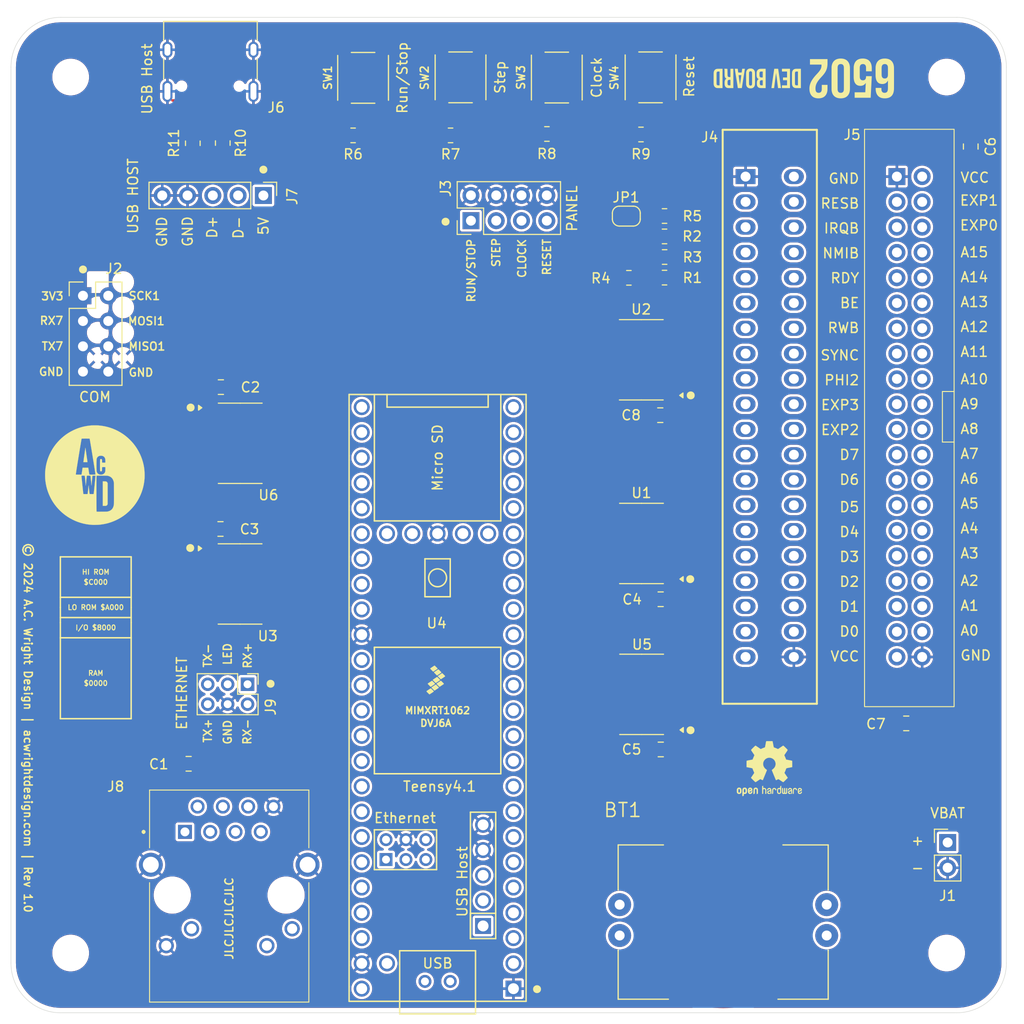
<source format=kicad_pcb>
(kicad_pcb (version 20241229) (generator "pcbnew") (generator_version "9.0")
  (title_block (title "6502 Dev Board") (date "2025-09-26") (rev "1.0") (company "A.C. Wright Design"))
  (layers (0 "F.Cu" signal "Top") (2 "B.Cu" signal "Bottom") (13 "F.Paste" user) (15 "B.Paste" user) (5 "F.SilkS" user "F.Silkscreen") (7 "B.SilkS" user "B.Silkscreen") (1 "F.Mask" user) (3 "B.Mask" user) (25 "Edge.Cuts" user))
  (net 0 "")
  (net 1 "GND")
  (net 2 "3V3")
  (net 3 "A0")
  (net 4 "A1")
  (net 5 "A2")
  (net 6 "A3")
  (net 7 "A4")
  (net 8 "A5")
  (net 9 "A6")
  (net 10 "A7")
  (net 11 "A8")
  (net 12 "A9")
  (net 13 "A10")
  (net 14 "A11")
  (net 15 "Net-(C1-Pad1)")
  (net 16 "A12")
  (net 17 "A13")
  (net 18 "A14")
  (net 19 "A15")
  (net 20 "D0")
  (net 21 "D1")
  (net 22 "D2")
  (net 23 "D3")
  (net 24 "D4")
  (net 25 "D5")
  (net 26 "D6")
  (net 27 "D7")
  (net 28 "PHI2")
  (net 29 "VBAT")
  (net 30 "VCC")
  (net 31 "BE")
  (net 32 "SCK1")
  (net 33 "RWB")
  (net 34 "SYNC")
  (net 35 "RX7")
  (net 36 "RDY")
  (net 37 "RESB")
  (net 38 "NMIB")
  (net 39 "IRQB")
  (net 40 "BE_3V3")
  (net 41 "D+")
  (net 42 "RESB_3V3")
  (net 43 "IRQB_3V3")
  (net 44 "D-")
  (net 45 "RX-")
  (net 46 "RX+")
  (net 47 "RES_SW")
  (net 48 "TX-")
  (net 49 "TX+")
  (net 50 "LED")
  (net 51 "5V_HOST")
  (net 52 "MOSI1")
  (net 53 "MISO1")
  (net 54 "TX7")
  (net 55 "EXP3")
  (net 56 "EXP1")
  (net 57 "EXP0")
  (net 58 "EXP2")
  (net 59 "Net-(J6-CC2)")
  (net 61 "Net-(J6-CC1)")
  (net 62 "RUN_STOP_SW")
  (net 63 "STEP_SW")
  (net 64 "CLK_SW")
  (net 66 "A1_3V3")
  (net 67 "A5_3V3")
  (net 68 "A6_3V3")
  (net 69 "A3_3V3")
  (net 70 "A0_3V3")
  (net 71 "A7_3V3")
  (net 72 "A4_3V3")
  (net 73 "A2_3V3")
  (net 74 "D1_3V3")
  (net 75 "D6_3V3")
  (net 76 "D3_3V3")
  (net 77 "D7_3V3")
  (net 78 "D4_3V3")
  (net 79 "D2_3V3")
  (net 80 "D5_3V3")
  (net 81 "D0_3V3")
  (net 82 "A9_3V3")
  (net 83 "A13_3V3")
  (net 84 "A10_3V3")
  (net 85 "A15_3V3")
  (net 86 "A8_3V3")
  (net 87 "A11_3V3")
  (net 88 "A12_3V3")
  (net 89 "A14_3V3")
  (net 90 "PHI2_3V3")
  (net 91 "RWB_3V3")
  (net 92 "SYNC_3V3")
  (net 93 "NMIB_3V3")
  (net 94 "RDY_3V3")
  (net 98 "Net-(JP1-B)")
  (net 99 "EXP0_3V3")
  (footprint "MountingHole:MountingHole_3.2mm_M3" (layer "F.Cu") (at 184 56)
    (property "Reference" "H2" (hide yes))
    (property "Value" "MountingHole" (hide yes))
    (pad "" np_thru_hole circle (at 0 0) (size 3.2 3.2) (drill 3.2) (layers "*.Cu" "*.Mask"))
  )
  (footprint "MountingHole:MountingHole_3.2mm_M3" (layer "F.Cu") (at 96 144)
    (property "Reference" "H4" (hide yes))
    (property "Value" "MountingHole" (hide yes))
    (pad "" np_thru_hole circle (at 0 0) (size 3.2 3.2) (drill 3.2) (layers "*.Cu" "*.Mask"))
  )
  (footprint "MountingHole:MountingHole_3.2mm_M3" (layer "F.Cu") (at 96 56)
    (property "Reference" "H1" (hide yes))
    (property "Value" "MountingHole" (hide yes))
    (pad "" np_thru_hole circle (at 0 0) (size 3.2 3.2) (drill 3.2) (layers "*.Cu" "*.Mask"))
  )
  (footprint "MountingHole:MountingHole_3.2mm_M3" (layer "F.Cu") (at 184 144)
    (property "Reference" "H3" (hide yes))
    (property "Value" "MountingHole" (hide yes))
    (pad "" np_thru_hole circle (at 0 0) (size 3.2 3.2) (drill 3.2) (layers "*.Cu" "*.Mask"))
  )
  (footprint "Connector_PinHeader_2.54mm:PinHeader_1x05_P2.54mm_Vertical" (layer "F.Cu") (at 115.36 67.9 -90)
    (property "Reference" "J7" (at 0.1 -2.9 90) (layer "F.SilkS"))
    (property "Value" "USB HOST" (at 0.05 13.1 90) (layer "F.SilkS"))
    (pad "1" thru_hole rect (at 0 0 270) (size 1.7 1.7) (drill 1) (layers "*.Cu" "*.Mask") (net 51 "5V_HOST"))
    (pad "2" thru_hole oval (at 0 2.54 270) (size 1.7 1.7) (drill 1) (layers "*.Cu" "*.Mask") (net 44 "D-"))
    (pad "3" thru_hole oval (at 0 5.08 270) (size 1.7 1.7) (drill 1) (layers "*.Cu" "*.Mask") (net 41 "D+"))
    (pad "4" thru_hole oval (at 0 7.62 270) (size 1.7 1.7) (drill 1) (layers "*.Cu" "*.Mask") (net 1 "GND"))
    (pad "5" thru_hole oval (at 0 10.16 270) (size 1.7 1.7) (drill 1) (layers "*.Cu" "*.Mask") (net 1 "GND"))
  )
  (footprint "Resistor_SMD:R_0805_2012Metric" (layer "F.Cu") (at 143.8425 61.72 180)
    (property "Reference" "R8" (at 0.0125 -2 180) (layer "F.SilkS"))
    (property "Value" "1k" (hide yes))
    (pad "1" smd roundrect (at -0.9125 0 180) (size 1.025 1.4) (layers "F.Cu" "F.Mask" "F.Paste") (roundrect_rratio 0.243902) (net 2 "3V3"))
    (pad "2" smd roundrect (at 0.9125 0 180) (size 1.025 1.4) (layers "F.Cu" "F.Mask" "F.Paste") (roundrect_rratio 0.243902) (net 64 "CLK_SW"))
  )
  (footprint "6502 Parts:6502 Bus Connector" (layer "F.Cu") (at 179 66)
    (property "Reference" "J5" (at -4.5 -4.2 0) (layer "F.SilkS"))
    (property "Value" "6502 Bus" (hide yes))
    (pad "1" thru_hole rect (at 0 0) (size 1.7 1.7) (drill 1) (layers "*.Cu" "*.Mask") (net 1 "GND"))
    (pad "2" thru_hole oval (at 2.54 0) (size 1.7 1.7) (drill 1) (layers "*.Cu" "*.Mask") (net 30 "VCC"))
    (pad "3" thru_hole oval (at 0 2.54) (size 1.7 1.7) (drill 1) (layers "*.Cu" "*.Mask") (net 37 "RESB"))
    (pad "4" thru_hole oval (at 2.54 2.54) (size 1.7 1.7) (drill 1) (layers "*.Cu" "*.Mask") (net 56 "EXP1"))
    (pad "5" thru_hole oval (at 0 5.08) (size 1.7 1.7) (drill 1) (layers "*.Cu" "*.Mask") (net 39 "IRQB"))
    (pad "6" thru_hole oval (at 2.54 5.08) (size 1.7 1.7) (drill 1) (layers "*.Cu" "*.Mask") (net 57 "EXP0"))
    (pad "7" thru_hole oval (at 0 7.62) (size 1.7 1.7) (drill 1) (layers "*.Cu" "*.Mask") (net 38 "NMIB"))
    (pad "8" thru_hole oval (at 2.54 7.62) (size 1.7 1.7) (drill 1) (layers "*.Cu" "*.Mask") (net 19 "A15"))
    (pad "9" thru_hole oval (at 0 10.16) (size 1.7 1.7) (drill 1) (layers "*.Cu" "*.Mask") (net 36 "RDY"))
    (pad "10" thru_hole oval (at 2.54 10.16) (size 1.7 1.7) (drill 1) (layers "*.Cu" "*.Mask") (net 18 "A14"))
    (pad "11" thru_hole oval (at 0 12.7) (size 1.7 1.7) (drill 1) (layers "*.Cu" "*.Mask") (net 31 "BE"))
    (pad "12" thru_hole oval (at 2.54 12.7) (size 1.7 1.7) (drill 1) (layers "*.Cu" "*.Mask") (net 17 "A13"))
    (pad "13" thru_hole oval (at 0 15.24) (size 1.7 1.7) (drill 1) (layers "*.Cu" "*.Mask") (net 33 "RWB"))
    (pad "14" thru_hole oval (at 2.54 15.24) (size 1.7 1.7) (drill 1) (layers "*.Cu" "*.Mask") (net 16 "A12"))
    (pad "15" thru_hole oval (at 0 17.78) (size 1.7 1.7) (drill 1) (layers "*.Cu" "*.Mask") (net 34 "SYNC"))
    (pad "16" thru_hole oval (at 2.54 17.78) (size 1.7 1.7) (drill 1) (layers "*.Cu" "*.Mask") (net 14 "A11"))
    (pad "17" thru_hole oval (at 0 20.32) (size 1.7 1.7) (drill 1) (layers "*.Cu" "*.Mask") (net 28 "PHI2"))
    (pad "18" thru_hole oval (at 2.54 20.32) (size 1.7 1.7) (drill 1) (layers "*.Cu" "*.Mask") (net 13 "A10"))
    (pad "19" thru_hole oval (at 0 22.86) (size 1.7 1.7) (drill 1) (layers "*.Cu" "*.Mask") (net 55 "EXP3"))
    (pad "20" thru_hole oval (at 2.54 22.86) (size 1.7 1.7) (drill 1) (layers "*.Cu" "*.Mask") (net 12 "A9"))
    (pad "21" thru_hole oval (at 0 25.4) (size 1.7 1.7) (drill 1) (layers "*.Cu" "*.Mask") (net 58 "EXP2"))
    (pad "22" thru_hole oval (at 2.54 25.4) (size 1.7 1.7) (drill 1) (layers "*.Cu" "*.Mask") (net 11 "A8"))
    (pad "23" thru_hole oval (at 0 27.94) (size 1.7 1.7) (drill 1) (layers "*.Cu" "*.Mask") (net 27 "D7"))
    (pad "24" thru_hole oval (at 2.54 27.94) (size 1.7 1.7) (drill 1) (layers "*.Cu" "*.Mask") (net 10 "A7"))
    (pad "25" thru_hole oval (at 0 30.48) (size 1.7 1.7) (drill 1) (layers "*.Cu" "*.Mask") (net 26 "D6"))
    (pad "26" thru_hole oval (at 2.54 30.48) (size 1.7 1.7) (drill 1) (layers "*.Cu" "*.Mask") (net 9 "A6"))
    (pad "27" thru_hole oval (at 0 33.02) (size 1.7 1.7) (drill 1) (layers "*.Cu" "*.Mask") (net 25 "D5"))
    (pad "28" thru_hole oval (at 2.54 33.02) (size 1.7 1.7) (drill 1) (layers "*.Cu" "*.Mask") (net 8 "A5"))
    (pad "29" thru_hole oval (at 0 35.56) (size 1.7 1.7) (drill 1) (layers "*.Cu" "*.Mask") (net 24 "D4"))
    (pad "30" thru_hole oval (at 2.54 35.56) (size 1.7 1.7) (drill 1) (layers "*.Cu" "*.Mask") (net 7 "A4"))
    (pad "31" thru_hole oval (at 0 38.1) (size 1.7 1.7) (drill 1) (layers "*.Cu" "*.Mask") (net 23 "D3"))
    (pad "32" thru_hole oval (at 2.54 38.1) (size 1.7 1.7) (drill 1) (layers "*.Cu" "*.Mask") (net 6 "A3"))
    (pad "33" thru_hole oval (at 0 40.64) (size 1.7 1.7) (drill 1) (layers "*.Cu" "*.Mask") (net 22 "D2"))
    (pad "34" thru_hole oval (at 2.54 40.64) (size 1.7 1.7) (drill 1) (layers "*.Cu" "*.Mask") (net 5 "A2"))
    (pad "35" thru_hole oval (at 0 43.18) (size 1.7 1.7) (drill 1) (layers "*.Cu" "*.Mask") (net 21 "D1"))
    (pad "36" thru_hole oval (at 2.54 43.18) (size 1.7 1.7) (drill 1) (layers "*.Cu" "*.Mask") (net 4 "A1"))
    (pad "37" thru_hole oval (at 0 45.72) (size 1.7 1.7) (drill 1) (layers "*.Cu" "*.Mask") (net 20 "D0"))
    (pad "38" thru_hole oval (at 2.54 45.72) (size 1.7 1.7) (drill 1) (layers "*.Cu" "*.Mask") (net 3 "A0"))
    (pad "39" thru_hole oval (at 0 48.26) (size 1.7 1.7) (drill 1) (layers "*.Cu" "*.Mask") (net 30 "VCC"))
    (pad "40" thru_hole oval (at 2.54 48.26) (size 1.7 1.7) (drill 1) (layers "*.Cu" "*.Mask") (net 1 "GND"))
  )
  (footprint "A.C. Wright Logo:A.C. Wright Logo 10mm" (layer "F.Cu") (at 98.43 95.99)
    (property "Reference" "G***" (hide yes))
    (property "Value" "LOGO" (hide yes))
  )
  (footprint "6502 Logos:6502 Dev Board Logo 4mm" (layer "F.Cu") (at 166.719057 56.139968 180)
    (property "Reference" "G***" (hide yes))
    (property "Value" "LOGO" (hide yes))
  )
  (footprint "Teensy:Teensy41" (layer "F.Cu") (at 132.86 118.37 90)
    (property "Reference" "U4" (at 7.5 -0.1 0) (layer "F.SilkS"))
    (property "Value" "Teensy4.1" (at -8.9 0.2 0) (layer "F.SilkS"))
    (fp_text user "Ethernet" (at -12.065 -3.2766 180) (layer "F.SilkS"))
    (fp_text user "Micro SD" (at 24.13 0 90) (layer "F.SilkS"))
    (fp_text user "USB Host" (at -18.4658 2.4892 90) (layer "F.SilkS"))
    (fp_text user "DVJ6A" (at -2.54 -0.18 0) (layer "F.SilkS") (effects (font (size 0.7 0.7))))
    (fp_text user "MIMXRT1062" (at -1.27 0 0) (layer "F.SilkS") (effects (font (size 0.7 0.7))))
    (fp_text user "USB" (at -26.67 0 0) (layer "F.SilkS"))
    (pad "1" thru_hole rect (at -29.21 7.62 90) (size 1.6 1.6) (drill 1.1) (layers "*.Cu" "*.Mask") (net 1 "GND"))
    (pad "2" thru_hole circle (at -26.67 7.62 90) (size 1.6 1.6) (drill 1.1) (layers "*.Cu" "*.Mask") (net 70 "A0_3V3"))
    (pad "3" thru_hole circle (at -24.13 7.62 90) (size 1.6 1.6) (drill 1.1) (layers "*.Cu" "*.Mask") (net 53 "MISO1"))
    (pad "4" thru_hole circle (at -21.59 7.62 90) (size 1.6 1.6) (drill 1.1) (layers "*.Cu" "*.Mask") (net 66 "A1_3V3"))
    (pad "5" thru_hole circle (at -19.05 7.62 90) (size 1.6 1.6) (drill 1.1) (layers "*.Cu" "*.Mask") (net 73 "A2_3V3"))
    (pad "6" thru_hole circle (at -16.51 7.62 90) (size 1.6 1.6) (drill 1.1) (layers "*.Cu" "*.Mask") (net 69 "A3_3V3"))
    (pad "7" thru_hole circle (at -13.97 7.62 90) (size 1.6 1.6) (drill 1.1) (layers "*.Cu" "*.Mask") (net 72 "A4_3V3"))
    (pad "8" thru_hole circle (at -11.43 7.62 90) (size 1.6 1.6) (drill 1.1) (layers "*.Cu" "*.Mask") (net 67 "A5_3V3"))
    (pad "9" thru_hole circle (at -8.89 7.62 90) (size 1.6 1.6) (drill 1.1) (layers "*.Cu" "*.Mask") (net 68 "A6_3V3"))
    (pad "10" thru_hole circle (at -6.35 7.62 90) (size 1.6 1.6) (drill 1.1) (layers "*.Cu" "*.Mask") (net 71 "A7_3V3"))
    (pad "11" thru_hole circle (at -3.81 7.62 90) (size 1.6 1.6) (drill 1.1) (layers "*.Cu" "*.Mask") (net 86 "A8_3V3"))
    (pad "12" thru_hole circle (at -1.27 7.62 90) (size 1.6 1.6) (drill 1.1) (layers "*.Cu" "*.Mask") (net 82 "A9_3V3"))
    (pad "13" thru_hole circle (at 1.27 7.62 90) (size 1.6 1.6) (drill 1.1) (layers "*.Cu" "*.Mask") (net 84 "A10_3V3"))
    (pad "14" thru_hole circle (at 3.81 7.62 90) (size 1.6 1.6) (drill 1.1) (layers "*.Cu" "*.Mask") (net 87 "A11_3V3"))
    (pad "15" thru_hole circle (at 6.35 7.62 90) (size 1.6 1.6) (drill 1.1) (layers "*.Cu" "*.Mask") (net 2 "3V3"))
    (pad "16" thru_hole circle (at 8.89 7.62 90) (size 1.6 1.6) (drill 1.1) (layers "*.Cu" "*.Mask") (net 88 "A12_3V3"))
    (pad "17" thru_hole circle (at 11.43 7.62 90) (size 1.6 1.6) (drill 1.1) (layers "*.Cu" "*.Mask") (net 83 "A13_3V3"))
    (pad "18" thru_hole circle (at 13.97 7.62 90) (size 1.6 1.6) (drill 1.1) (layers "*.Cu" "*.Mask") (net 52 "MOSI1"))
    (pad "19" thru_hole circle (at 16.51 7.62 90) (size 1.6 1.6) (drill 1.1) (layers "*.Cu" "*.Mask") (net 32 "SCK1"))
    (pad "20" thru_hole circle (at 19.05 7.62 90) (size 1.6 1.6) (drill 1.1) (layers "*.Cu" "*.Mask") (net 35 "RX7"))
    (pad "21" thru_hole circle (at 21.59 7.62 90) (size 1.6 1.6) (drill 1.1) (layers "*.Cu" "*.Mask") (net 54 "TX7"))
    (pad "22" thru_hole circle (at 24.13 7.62 90) (size 1.6 1.6) (drill 1.1) (layers "*.Cu" "*.Mask") (net 89 "A14_3V3"))
    (pad "23" thru_hole circle (at 26.67 7.62 90) (size 1.6 1.6) (drill 1.1) (layers "*.Cu" "*.Mask") (net 85 "A15_3V3"))
    (pad "24" thru_hole circle (at 29.21 7.62 90) (size 1.6 1.6) (drill 1.1) (layers "*.Cu" "*.Mask") (net 91 "RWB_3V3"))
    (pad "25" thru_hole circle (at 29.21 -7.62 90) (size 1.6 1.6) (drill 1.1) (layers "*.Cu" "*.Mask") (net 43 "IRQB_3V3"))
    (pad "26" thru_hole circle (at 26.67 -7.62 90) (size 1.6 1.6) (drill 1.1) (layers "*.Cu" "*.Mask") (net 93 "NMIB_3V3"))
    (pad "27" thru_hole circle (at 24.13 -7.62 90) (size 1.6 1.6) (drill 1.1) (layers "*.Cu" "*.Mask") (net 40 "BE_3V3"))
    (pad "28" thru_hole circle (at 21.59 -7.62 90) (size 1.6 1.6) (drill 1.1) (layers "*.Cu" "*.Mask") (net 94 "RDY_3V3"))
    (pad "29" thru_hole circle (at 19.05 -7.62 90) (size 1.6 1.6) (drill 1.1) (layers "*.Cu" "*.Mask") (net 92 "SYNC_3V3"))
    (pad "30" thru_hole circle (at 16.51 -7.62 90) (size 1.6 1.6) (drill 1.1) (layers "*.Cu" "*.Mask") (net 42 "RESB_3V3"))
    (pad "31" thru_hole circle (at 13.97 -7.62 90) (size 1.6 1.6) (drill 1.1) (layers "*.Cu" "*.Mask") (net 99 "EXP0_3V3"))
    (pad "32" thru_hole circle (at 11.43 -7.62 90) (size 1.6 1.6) (drill 1.1) (layers "*.Cu" "*.Mask") (net 78 "D4_3V3"))
    (pad "33" thru_hole circle (at 8.89 -7.62 90) (size 1.6 1.6) (drill 1.1) (layers "*.Cu" "*.Mask") (net 80 "D5_3V3"))
    (pad "34" thru_hole circle (at 6.35 -7.62 90) (size 1.6 1.6) (drill 1.1) (layers "*.Cu" "*.Mask") (net 1 "GND"))
    (pad "35" thru_hole circle (at 3.81 -7.62 90) (size 1.6 1.6) (drill 1.1) (layers "*.Cu" "*.Mask") (net 90 "PHI2_3V3"))
    (pad "36" thru_hole circle (at 1.27 -7.62 90) (size 1.6 1.6) (drill 1.1) (layers "*.Cu" "*.Mask") (net 79 "D2_3V3"))
    (pad "37" thru_hole circle (at -1.27 -7.62 90) (size 1.6 1.6) (drill 1.1) (layers "*.Cu" "*.Mask") (net 76 "D3_3V3"))
    (pad "38" thru_hole circle (at -3.81 -7.62 90) (size 1.6 1.6) (drill 1.1) (layers "*.Cu" "*.Mask") (net 77 "D7_3V3"))
    (pad "39" thru_hole circle (at -6.35 -7.62 90) (size 1.6 1.6) (drill 1.1) (layers "*.Cu" "*.Mask") (net 75 "D6_3V3"))
    (pad "40" thru_hole circle (at -8.89 -7.62 90) (size 1.6 1.6) (drill 1.1) (layers "*.Cu" "*.Mask") (net 74 "D1_3V3"))
    (pad "41" thru_hole circle (at -11.43 -7.62 90) (size 1.6 1.6) (drill 1.1) (layers "*.Cu" "*.Mask") (net 81 "D0_3V3"))
    (pad "42" thru_hole circle (at -13.97 -7.62 90) (size 1.6 1.6) (drill 1.1) (layers "*.Cu" "*.Mask") (net 62 "RUN_STOP_SW"))
    (pad "43" thru_hole circle (at -16.51 -7.62 90) (size 1.6 1.6) (drill 1.1) (layers "*.Cu" "*.Mask") (net 63 "STEP_SW"))
    (pad "44" thru_hole circle (at -19.05 -7.62 90) (size 1.6 1.6) (drill 1.1) (layers "*.Cu" "*.Mask") (net 64 "CLK_SW"))
    (pad "45" thru_hole circle (at -21.59 -7.62 90) (size 1.6 1.6) (drill 1.1) (layers "*.Cu" "*.Mask") (net 47 "RES_SW"))
    (pad "46" thru_hole circle (at -24.13 -7.62 90) (size 1.6 1.6) (drill 1.1) (layers "*.Cu" "*.Mask") (net 2 "3V3"))
    (pad "47" thru_hole circle (at -26.67 -7.62 90) (size 1.6 1.6) (drill 1.1) (layers "*.Cu" "*.Mask") (net 1 "GND"))
    (pad "48" thru_hole circle (at -29.21 -7.62 90) (size 1.6 1.6) (drill 1.1) (layers "*.Cu" "*.Mask") (net 30 "VCC"))
    (pad "49" thru_hole circle (at -26.67 -5.08 90) (size 1.6 1.6) (drill 1.1) (layers "*.Cu" "*.Mask"))
    (pad "50" thru_hole circle (at 16.51 5.08 90) (size 1.6 1.6) (drill 1.1) (layers "*.Cu" "*.Mask") (net 29 "VBAT"))
    (pad "51" thru_hole circle (at 16.51 2.54 90) (size 1.6 1.6) (drill 1.1) (layers "*.Cu" "*.Mask"))
    (pad "52" thru_hole circle (at 16.51 0 90) (size 1.6 1.6) (drill 1.1) (layers "*.Cu" "*.Mask") (net 1 "GND"))
    (pad "53" thru_hole circle (at 16.51 -2.54 90) (size 1.6 1.6) (drill 1.1) (layers "*.Cu" "*.Mask"))
    (pad "54" thru_hole circle (at 16.51 -5.08 90) (size 1.6 1.6) (drill 1.1) (layers "*.Cu" "*.Mask"))
    (pad "55" thru_hole rect (at -22.9108 4.5692 90) (size 1.6 1.6) (drill 1.1) (layers "*.Cu" "*.Mask") (net 51 "5V_HOST"))
    (pad "56" thru_hole circle (at -20.3708 4.5692 90) (size 1.6 1.6) (drill 1.1) (layers "*.Cu" "*.Mask") (net 44 "D-"))
    (pad "57" thru_hole circle (at -17.8308 4.5692 90) (size 1.6 1.6) (drill 1.1) (layers "*.Cu" "*.Mask") (net 41 "D+"))
    (pad "58" thru_hole circle (at -15.2908 4.5692 90) (size 1.6 1.6) (drill 1.1) (layers "*.Cu" "*.Mask") (net 1 "GND"))
    (pad "59" thru_hole circle (at -12.7508 4.5692 90) (size 1.6 1.6) (drill 1.1) (layers "*.Cu" "*.Mask") (net 1 "GND"))
    (pad "60" thru_hole rect (at -16.24 -5.1816 90) (size 1.3 1.3) (drill 0.8) (layers "*.Cu" "*.Mask") (net 46 "RX+"))
    (pad "61" thru_hole circle (at -16.24 -3.1816 90) (size 1.3 1.3) (drill 0.8) (layers "*.Cu" "*.Mask") (net 50 "LED"))
    (pad "62" thru_hole circle (at -16.24 -1.1816 90) (size 1.3 1.3) (drill 0.8) (layers "*.Cu" "*.Mask") (net 48 "TX-"))
    (pad "63" thru_hole circle (at -14.24 -1.1816 90) (size 1.3 1.3) (drill 0.8) (layers "*.Cu" "*.Mask") (net 49 "TX+"))
    (pad "64" thru_hole circle (at -14.24 -3.1816 90) (size 1.3 1.3) (drill 0.8) (layers "*.Cu" "*.Mask") (net 1 "GND"))
    (pad "65" thru_hole circle (at -14.24 -5.1816 90) (size 1.3 1.3) (drill 0.8) (layers "*.Cu" "*.Mask") (net 45 "RX-"))
    (pad "66" thru_hole circle (at -28.48 -1.27 90) (size 1.3 1.3) (drill 0.8) (layers "*.Cu" "*.Mask"))
    (pad "67" thru_hole circle (at -28.48 1.27 90) (size 1.3 1.3) (drill 0.8) (layers "*.Cu" "*.Mask"))
  )
  (footprint "Resistor_SMD:R_0805_2012Metric" (layer "F.Cu") (at 111.28 62.6325 90)
    (property "Reference" "R10" (at 0.0125 1.8 90) (layer "F.SilkS"))
    (property "Value" "56k" (hide yes))
    (pad "1" smd roundrect (at -0.9125 0 90) (size 1.025 1.4) (layers "F.Cu" "F.Mask" "F.Paste") (roundrect_rratio 0.243902) (net 1 "GND"))
    (pad "2" smd roundrect (at 0.9125 0 90) (size 1.025 1.4) (layers "F.Cu" "F.Mask" "F.Paste") (roundrect_rratio 0.243902) (net 61 "Net-(J6-CC1)"))
  )
  (footprint "Connector_PinHeader_2.54mm:PinHeader_2x04_P2.54mm_Vertical" (layer "F.Cu") (at 136.21 70.43 90)
    (property "Reference" "J3" (at 3.24 -2.53 90) (layer "F.SilkS"))
    (property "Value" "PANEL" (at 1.22 10.16 90) (layer "F.SilkS"))
    (pad "1" thru_hole rect (at 0 0 90) (size 1.7 1.7) (drill 1) (layers "*.Cu" "*.Mask") (net 62 "RUN_STOP_SW"))
    (pad "2" thru_hole circle (at 2.54 0 90) (size 1.7 1.7) (drill 1) (layers "*.Cu" "*.Mask") (net 1 "GND"))
    (pad "3" thru_hole circle (at 0 2.54 90) (size 1.7 1.7) (drill 1) (layers "*.Cu" "*.Mask") (net 63 "STEP_SW"))
    (pad "4" thru_hole circle (at 2.54 2.54 90) (size 1.7 1.7) (drill 1) (layers "*.Cu" "*.Mask") (net 1 "GND"))
    (pad "5" thru_hole circle (at 0 5.08 90) (size 1.7 1.7) (drill 1) (layers "*.Cu" "*.Mask") (net 64 "CLK_SW"))
    (pad "6" thru_hole circle (at 2.54 5.08 90) (size 1.7 1.7) (drill 1) (layers "*.Cu" "*.Mask") (net 1 "GND"))
    (pad "7" thru_hole circle (at 0 7.62 90) (size 1.7 1.7) (drill 1) (layers "*.Cu" "*.Mask") (net 47 "RES_SW"))
    (pad "8" thru_hole circle (at 2.54 7.62 90) (size 1.7 1.7) (drill 1) (layers "*.Cu" "*.Mask") (net 1 "GND"))
  )
  (footprint "Package_SO:TSSOP-24_4.4x7.8mm_P0.65mm" (layer "F.Cu") (at 153.3225 84.405 180)
    (property "Reference" "U2" (at 0.0125 5.065 0) (layer "F.SilkS"))
    (property "Value" "SN74LVC4245APWR" (hide yes))
    (pad "1" smd roundrect (at -2.8625 -3.575 180) (size 1.475 0.4) (layers "F.Cu" "F.Mask" "F.Paste") (net 30 "VCC"))
    (pad "2" smd roundrect (at -2.8625 -2.925 180) (size 1.475 0.4) (layers "F.Cu" "F.Mask" "F.Paste") (net 1 "GND"))
    (pad "3" smd roundrect (at -2.8625 -2.275 180) (size 1.475 0.4) (layers "F.Cu" "F.Mask" "F.Paste") (net 11 "A8"))
    (pad "4" smd roundrect (at -2.8625 -1.625 180) (size 1.475 0.4) (layers "F.Cu" "F.Mask" "F.Paste") (net 12 "A9"))
    (pad "5" smd roundrect (at -2.8625 -0.975 180) (size 1.475 0.4) (layers "F.Cu" "F.Mask" "F.Paste") (net 13 "A10"))
    (pad "6" smd roundrect (at -2.8625 -0.325 180) (size 1.475 0.4) (layers "F.Cu" "F.Mask" "F.Paste") (net 14 "A11"))
    (pad "7" smd roundrect (at -2.8625 0.325 180) (size 1.475 0.4) (layers "F.Cu" "F.Mask" "F.Paste") (net 16 "A12"))
    (pad "8" smd roundrect (at -2.8625 0.975 180) (size 1.475 0.4) (layers "F.Cu" "F.Mask" "F.Paste") (net 17 "A13"))
    (pad "9" smd roundrect (at -2.8625 1.625 180) (size 1.475 0.4) (layers "F.Cu" "F.Mask" "F.Paste") (net 18 "A14"))
    (pad "10" smd roundrect (at -2.8625 2.275 180) (size 1.475 0.4) (layers "F.Cu" "F.Mask" "F.Paste") (net 19 "A15"))
    (pad "11" smd roundrect (at -2.8625 2.925 180) (size 1.475 0.4) (layers "F.Cu" "F.Mask" "F.Paste") (net 1 "GND"))
    (pad "12" smd roundrect (at -2.8625 3.575 180) (size 1.475 0.4) (layers "F.Cu" "F.Mask" "F.Paste") (net 1 "GND"))
    (pad "13" smd roundrect (at 2.8625 3.575 180) (size 1.475 0.4) (layers "F.Cu" "F.Mask" "F.Paste") (net 1 "GND"))
    (pad "14" smd roundrect (at 2.8625 2.925 180) (size 1.475 0.4) (layers "F.Cu" "F.Mask" "F.Paste") (net 85 "A15_3V3"))
    (pad "15" smd roundrect (at 2.8625 2.275 180) (size 1.475 0.4) (layers "F.Cu" "F.Mask" "F.Paste") (net 89 "A14_3V3"))
    (pad "16" smd roundrect (at 2.8625 1.625 180) (size 1.475 0.4) (layers "F.Cu" "F.Mask" "F.Paste") (net 83 "A13_3V3"))
    (pad "17" smd roundrect (at 2.8625 0.975 180) (size 1.475 0.4) (layers "F.Cu" "F.Mask" "F.Paste") (net 88 "A12_3V3"))
    (pad "18" smd roundrect (at 2.8625 0.325 180) (size 1.475 0.4) (layers "F.Cu" "F.Mask" "F.Paste") (net 87 "A11_3V3"))
    (pad "19" smd roundrect (at 2.8625 -0.325 180) (size 1.475 0.4) (layers "F.Cu" "F.Mask" "F.Paste") (net 84 "A10_3V3"))
    (pad "20" smd roundrect (at 2.8625 -0.975 180) (size 1.475 0.4) (layers "F.Cu" "F.Mask" "F.Paste") (net 82 "A9_3V3"))
    (pad "21" smd roundrect (at 2.8625 -1.625 180) (size 1.475 0.4) (layers "F.Cu" "F.Mask" "F.Paste") (net 86 "A8_3V3"))
    (pad "22" smd roundrect (at 2.8625 -2.275 180) (size 1.475 0.4) (layers "F.Cu" "F.Mask" "F.Paste") (net 1 "GND"))
    (pad "23" smd roundrect (at 2.8625 -2.925 180) (size 1.475 0.4) (layers "F.Cu" "F.Mask" "F.Paste") (net 2 "3V3"))
    (pad "24" smd roundrect (at 2.8625 -3.575 180) (size 1.475 0.4) (layers "F.Cu" "F.Mask" "F.Paste") (net 2 "3V3"))
  )
  (footprint "Capacitor_SMD:C_0805_2012Metric" (layer "F.Cu") (at 186.42 62.98 90)
    (property "Reference" "C6" (at -0.01 1.99 90) (layer "F.SilkS"))
    (property "Value" "100nF" (hide yes))
    (pad "1" smd roundrect (at -0.95 0 90) (size 1 1.45) (layers "F.Cu" "F.Mask" "F.Paste") (net 30 "VCC"))
    (pad "2" smd roundrect (at 0.95 0 90) (size 1 1.45) (layers "F.Cu" "F.Mask" "F.Paste") (net 1 "GND"))
  )
  (footprint "6502 Parts:SW_TS-1187A-B-A-B" (layer "F.Cu") (at 154.255 56.03 90)
    (property "Reference" "SW4" (at -0.04 -3.645 90) (layer "F.SilkS") (effects (font (size 0.8 0.8))))
    (property "Value" "Reset" (at 0.05 3.875 90) (layer "F.SilkS"))
    (pad "1" smd rect (at -3 -1.875 90) (size 1 0.75) (layers "F.Cu" "F.Mask" "F.Paste") (net 47 "RES_SW"))
    (pad "1" smd rect (at 3 -1.875 90) (size 1 0.75) (layers "F.Cu" "F.Mask" "F.Paste") (net 47 "RES_SW"))
    (pad "2" smd rect (at -3 1.875 90) (size 1 0.75) (layers "F.Cu" "F.Mask" "F.Paste") (net 1 "GND"))
    (pad "2" smd rect (at 3 1.875 90) (size 1 0.75) (layers "F.Cu" "F.Mask" "F.Paste") (net 1 "GND"))
  )
  (footprint "6502 Parts:SW_TS-1187A-B-A-B" (layer "F.Cu") (at 135.165 56.03 90)
    (property "Reference" "SW2" (at -0.04 -3.615 270) (layer "F.SilkS") (effects (font (size 0.8 0.8))))
    (property "Value" "Step" (at 0 3.975 270) (layer "F.SilkS"))
    (pad "1" smd rect (at -3 -1.875 90) (size 1 0.75) (layers "F.Cu" "F.Mask" "F.Paste") (net 63 "STEP_SW"))
    (pad "1" smd rect (at 3 -1.875 90) (size 1 0.75) (layers "F.Cu" "F.Mask" "F.Paste") (net 63 "STEP_SW"))
    (pad "2" smd rect (at -3 1.875 90) (size 1 0.75) (layers "F.Cu" "F.Mask" "F.Paste") (net 1 "GND"))
    (pad "2" smd rect (at 3 1.875 90) (size 1 0.75) (layers "F.Cu" "F.Mask" "F.Paste") (net 1 "GND"))
  )
  (footprint "6502 Parts:SW_TS-1187A-B-A-B" (layer "F.Cu") (at 144.835 56.05 90)
    (property "Reference" "SW3" (at 0.01 -3.605 90) (layer "F.SilkS") (effects (font (size 0.8 0.8))))
    (property "Value" "Clock" (at 0 4 270) (layer "F.SilkS"))
    (pad "1" smd rect (at -3 -1.875 90) (size 1 0.75) (layers "F.Cu" "F.Mask" "F.Paste") (net 64 "CLK_SW"))
    (pad "1" smd rect (at 3 -1.875 90) (size 1 0.75) (layers "F.Cu" "F.Mask" "F.Paste") (net 64 "CLK_SW"))
    (pad "2" smd rect (at -3 1.875 90) (size 1 0.75) (layers "F.Cu" "F.Mask" "F.Paste") (net 1 "GND"))
    (pad "2" smd rect (at 3 1.875 90) (size 1 0.75) (layers "F.Cu" "F.Mask" "F.Paste") (net 1 "GND"))
  )
  (footprint "Resistor_SMD:R_0805_2012Metric" (layer "F.Cu") (at 134.1625 61.86 180)
    (property "Reference" "R7" (at 0 -1.9 180) (layer "F.SilkS"))
    (property "Value" "1k" (hide yes))
    (pad "1" smd roundrect (at -0.9125 0 180) (size 1.025 1.4) (layers "F.Cu" "F.Mask" "F.Paste") (roundrect_rratio 0.243902) (net 2 "3V3"))
    (pad "2" smd roundrect (at 0.9125 0 180) (size 1.025 1.4) (layers "F.Cu" "F.Mask" "F.Paste") (roundrect_rratio 0.243902) (net 63 "STEP_SW"))
  )
  (footprint "Connector_PinHeader_2.00mm:PinHeader_2x03_P2.00mm_Vertical" (layer "F.Cu") (at 113.77 117 -90)
    (property "Reference" "J9" (at 2.28 -2.32 90) (layer "F.SilkS"))
    (property "Value" "ETHERNET" (at 0.9 6.6 90) (layer "F.SilkS"))
    (pad "1" thru_hole rect (at 0 0 270) (size 1.35 1.35) (drill 0.8) (layers "*.Cu" "*.Mask") (net 46 "RX+"))
    (pad "2" thru_hole oval (at 2 0 270) (size 1.35 1.35) (drill 0.8) (layers "*.Cu" "*.Mask") (net 45 "RX-"))
    (pad "3" thru_hole oval (at 0 2 270) (size 1.35 1.35) (drill 0.8) (layers "*.Cu" "*.Mask") (net 50 "LED"))
    (pad "4" thru_hole oval (at 2 2 270) (size 1.35 1.35) (drill 0.8) (layers "*.Cu" "*.Mask") (net 1 "GND"))
    (pad "5" thru_hole oval (at 0 4 270) (size 1.35 1.35) (drill 0.8) (layers "*.Cu" "*.Mask") (net 48 "TX-"))
    (pad "6" thru_hole oval (at 2 4 270) (size 1.35 1.35) (drill 0.8) (layers "*.Cu" "*.Mask") (net 49 "TX+"))
  )
  (footprint "Resistor_SMD:R_0805_2012Metric" (layer "F.Cu") (at 155.6575 76.15 180)
    (property "Reference" "R1" (at -2.8025 -0.02 0) (layer "F.SilkS"))
    (property "Value" "1k" (hide yes))
    (pad "1" smd roundrect (at -0.9125 0 180) (size 1.025 1.4) (layers "F.Cu" "F.Mask" "F.Paste") (roundrect_rratio 0.243902) (net 36 "RDY"))
    (pad "2" smd roundrect (at 0.9125 0 180) (size 1.025 1.4) (layers "F.Cu" "F.Mask" "F.Paste") (roundrect_rratio 0.243902) (net 30 "VCC"))
  )
  (footprint "Capacitor_SMD:C_0805_2012Metric" (layer "F.Cu") (at 111.05 101.4 180)
    (property "Reference" "C3" (at -2.92 -0.03 0) (layer "F.SilkS"))
    (property "Value" "100nF" (hide yes))
    (pad "1" smd roundrect (at -0.95 0 180) (size 1 1.45) (layers "F.Cu" "F.Mask" "F.Paste") (net 1 "GND"))
    (pad "2" smd roundrect (at 0.95 0 180) (size 1 1.45) (layers "F.Cu" "F.Mask" "F.Paste") (net 30 "VCC"))
  )
  (footprint "BAT-HLD-001-THM:BAT_BAT-HLD-001-THM" (layer "F.Cu") (at 161.55 140.64)
    (property "Reference" "BT1" (at -10.1 -11 180) (layer "F.SilkS") (effects (font (size 1.4 1.4))))
    (property "Value" "BAT-HLD-001-THM" (hide yes))
    (pad "+" thru_hole circle (at -10.4 -1.5) (size 2.3 2.3) (drill 1) (layers "*.Cu" "*.Mask") (net 29 "VBAT"))
    (pad "+" thru_hole circle (at -10.4 1.6) (size 2.3 2.3) (drill 1) (layers "*.Cu" "*.Mask") (net 29 "VBAT"))
    (pad "+" thru_hole circle (at 10.4 -1.5) (size 2.3 2.3) (drill 1) (layers "*.Cu" "*.Mask") (net 29 "VBAT"))
    (pad "+" thru_hole circle (at 10.4 1.6) (size 2.3 2.3) (drill 1) (layers "*.Cu" "*.Mask") (net 29 "VBAT"))
    (pad "-" smd circle (at 0 0) (size 17.8 17.8) (layers "F.Cu" "F.Mask") (net 1 "GND"))
  )
  (footprint "6502 Parts:RHDR40W82P485X254_2X20_5740X93" (layer "F.Cu") (at 163.8 66 -90)
    (property "Reference" "J4" (at -3.96 3.61 0) (layer "F.SilkS"))
    (property "Value" "6502 Card Connector" (hide yes))
    (pad "1" thru_hole rect (at 0 0 270) (size 1.5 2) (drill 1) (layers "*.Cu" "*.Mask") (net 1 "GND"))
    (pad "2" thru_hole oval (at 0 -4.851 270) (size 1.5 2) (drill 1) (layers "*.Cu" "*.Mask") (net 30 "VCC"))
    (pad "3" thru_hole oval (at 2.54 0 270) (size 1.5 2) (drill 1) (layers "*.Cu" "*.Mask") (net 37 "RESB"))
    (pad "4" thru_hole oval (at 2.54 -4.851 270) (size 1.5 2) (drill 1) (layers "*.Cu" "*.Mask") (net 56 "EXP1"))
    (pad "5" thru_hole oval (at 5.08 0 270) (size 1.5 2) (drill 1) (layers "*.Cu" "*.Mask") (net 39 "IRQB"))
    (pad "6" thru_hole oval (at 5.08 -4.851 270) (size 1.5 2) (drill 1) (layers "*.Cu" "*.Mask") (net 57 "EXP0"))
    (pad "7" thru_hole oval (at 7.62 0 270) (size 1.5 2) (drill 1) (layers "*.Cu" "*.Mask") (net 38 "NMIB"))
    (pad "8" thru_hole oval (at 7.62 -4.851 270) (size 1.5 2) (drill 1) (layers "*.Cu" "*.Mask") (net 19 "A15"))
    (pad "9" thru_hole oval (at 10.16 0 270) (size 1.5 2) (drill 1) (layers "*.Cu" "*.Mask") (net 36 "RDY"))
    (pad "10" thru_hole oval (at 10.16 -4.851 270) (size 1.5 2) (drill 1) (layers "*.Cu" "*.Mask") (net 18 "A14"))
    (pad "11" thru_hole oval (at 12.7 0 270) (size 1.5 2) (drill 1) (layers "*.Cu" "*.Mask") (net 31 "BE"))
    (pad "12" thru_hole oval (at 12.7 -4.851 270) (size 1.5 2) (drill 1) (layers "*.Cu" "*.Mask") (net 17 "A13"))
    (pad "13" thru_hole oval (at 15.24 0 270) (size 1.5 2) (drill 1) (layers "*.Cu" "*.Mask") (net 33 "RWB"))
    (pad "14" thru_hole oval (at 15.24 -4.851 270) (size 1.5 2) (drill 1) (layers "*.Cu" "*.Mask") (net 16 "A12"))
    (pad "15" thru_hole oval (at 17.78 0 270) (size 1.5 2) (drill 1) (layers "*.Cu" "*.Mask") (net 34 "SYNC"))
    (pad "16" thru_hole oval (at 17.78 -4.851 270) (size 1.5 2) (drill 1) (layers "*.Cu" "*.Mask") (net 14 "A11"))
    (pad "17" thru_hole oval (at 20.32 0 270) (size 1.5 2) (drill 1) (layers "*.Cu" "*.Mask") (net 28 "PHI2"))
    (pad "18" thru_hole oval (at 20.32 -4.851 270) (size 1.5 2) (drill 1) (layers "*.Cu" "*.Mask") (net 13 "A10"))
    (pad "19" thru_hole oval (at 22.86 0 270) (size 1.5 2) (drill 1) (layers "*.Cu" "*.Mask") (net 55 "EXP3"))
    (pad "20" thru_hole oval (at 22.86 -4.851 270) (size 1.5 2) (drill 1) (layers "*.Cu" "*.Mask") (net 12 "A9"))
    (pad "21" thru_hole oval (at 25.4 0 270) (size 1.5 2) (drill 1) (layers "*.Cu" "*.Mask") (net 58 "EXP2"))
    (pad "22" thru_hole oval (at 25.4 -4.851 270) (size 1.5 2) (drill 1) (layers "*.Cu" "*.Mask") (net 11 "A8"))
    (pad "23" thru_hole oval (at 27.94 0 270) (size 1.5 2) (drill 1) (layers "*.Cu" "*.Mask") (net 27 "D7"))
    (pad "24" thru_hole oval (at 27.94 -4.851 270) (size 1.5 2) (drill 1) (layers "*.Cu" "*.Mask") (net 10 "A7"))
    (pad "25" thru_hole oval (at 30.48 0 270) (size 1.5 2) (drill 1) (layers "*.Cu" "*.Mask") (net 26 "D6"))
    (pad "26" thru_hole oval (at 30.48 -4.851 270) (size 1.5 2) (drill 1) (layers "*.Cu" "*.Mask") (net 9 "A6"))
    (pad "27" thru_hole oval (at 33.02 0 270) (size 1.5 2) (drill 1) (layers "*.Cu" "*.Mask") (net 25 "D5"))
    (pad "28" thru_hole oval (at 33.02 -4.851 270) (size 1.5 2) (drill 1) (layers "*.Cu" "*.Mask") (net 8 "A5"))
    (pad "29" thru_hole oval (at 35.56 0 270) (size 1.5 2) (drill 1) (layers "*.Cu" "*.Mask") (net 24 "D4"))
    (pad "30" thru_hole oval (at 35.56 -4.851 270) (size 1.5 2) (drill 1) (layers "*.Cu" "*.Mask") (net 7 "A4"))
    (pad "31" thru_hole oval (at 38.1 0 270) (size 1.5 2) (drill 1) (layers "*.Cu" "*.Mask") (net 23 "D3"))
    (pad "32" thru_hole oval (at 38.1 -4.851 270) (size 1.5 2) (drill 1) (layers "*.Cu" "*.Mask") (net 6 "A3"))
    (pad "33" thru_hole oval (at 40.64 0 270) (size 1.5 2) (drill 1) (layers "*.Cu" "*.Mask") (net 22 "D2"))
    (pad "34" thru_hole oval (at 40.64 -4.851 270) (size 1.5 2) (drill 1) (layers "*.Cu" "*.Mask") (net 5 "A2"))
    (pad "35" thru_hole oval (at 43.18 0 270) (size 1.5 2) (drill 1) (layers "*.Cu" "*.Mask") (net 21 "D1"))
    (pad "36" thru_hole oval (at 43.18 -4.851 270) (size 1.5 2) (drill 1) (layers "*.Cu" "*.Mask") (net 4 "A1"))
    (pad "37" thru_hole oval (at 45.72 0 270) (size 1.5 2) (drill 1) (layers "*.Cu" "*.Mask") (net 20 "D0"))
    (pad "38" thru_hole oval (at 45.72 -4.851 270) (size 1.5 2) (drill 1) (layers "*.Cu" "*.Mask") (net 3 "A0"))
    (pad "39" thru_hole oval (at 48.26 0 270) (size 1.5 2) (drill 1) (layers "*.Cu" "*.Mask") (net 30 "VCC"))
    (pad "40" thru_hole oval (at 48.26 -4.851 270) (size 1.5 2) (drill 1) (layers "*.Cu" "*.Mask") (net 1 "GND"))
  )
  (footprint "Connector_PinHeader_2.54mm:PinHeader_1x02_P2.54mm_Vertical" (layer "F.Cu") (at 184.1 132.895)
    (property "Reference" "J1" (at 0 5.35 0) (layer "F.SilkS"))
    (property "Value" "VBAT" (at 0 -2.95 0) (layer "F.SilkS"))
    (pad "1" thru_hole rect (at 0 0) (size 1.7 1.7) (drill 1) (layers "*.Cu" "*.Mask") (net 29 "VBAT"))
    (pad "2" thru_hole oval (at 0 2.54) (size 1.7 1.7) (drill 1) (layers "*.Cu" "*.Mask") (net 1 "GND"))
  )
  (footprint "Resistor_SMD:R_0805_2012Metric" (layer "F.Cu") (at 155.6575 72.01 180)
    (property "Reference" "R2" (at -2.7725 0 0) (layer "F.SilkS"))
    (property "Value" "1k" (hide yes))
    (pad "1" smd roundrect (at -0.9125 0 180) (size 1.025 1.4) (layers "F.Cu" "F.Mask" "F.Paste") (roundrect_rratio 0.243902) (net 39 "IRQB"))
    (pad "2" smd roundrect (at 0.9125 0 180) (size 1.025 1.4) (layers "F.Cu" "F.Mask" "F.Paste") (roundrect_rratio 0.243902) (net 30 "VCC"))
  )
  (footprint "Package_SO:TSSOP-24_4.4x7.8mm_P0.65mm" (layer "F.Cu") (at 113.0175 106.925)
    (property "Reference" "U3" (at 2.7825 5.235 0) (layer "F.SilkS"))
    (property "Value" "SN74LVC4245APWR" (hide yes))
    (pad "1" smd roundrect (at -2.8625 -3.575) (size 1.475 0.4) (layers "F.Cu" "F.Mask" "F.Paste") (net 30 "VCC"))
    (pad "2" smd roundrect (at -2.8625 -2.925) (size 1.475 0.4) (layers "F.Cu" "F.Mask" "F.Paste") (net 1 "GND"))
    (pad "3" smd roundrect (at -2.8625 -2.275) (size 1.475 0.4) (layers "F.Cu" "F.Mask" "F.Paste") (net 28 "PHI2"))
    (pad "4" smd roundrect (at -2.8625 -1.625) (size 1.475 0.4) (layers "F.Cu" "F.Mask" "F.Paste") (net 37 "RESB"))
    (pad "5" smd roundrect (at -2.8625 -0.975) (size 1.475 0.4) (layers "F.Cu" "F.Mask" "F.Paste") (net 33 "RWB"))
    (pad "6" smd roundrect (at -2.8625 -0.325) (size 1.475 0.4) (layers "F.Cu" "F.Mask" "F.Paste") (net 34 "SYNC"))
    (pad "7" smd roundrect (at -2.8625 0.325) (size 1.475 0.4) (layers "F.Cu" "F.Mask" "F.Paste"))
    (pad "8" smd roundrect (at -2.8625 0.975) (size 1.475 0.4) (layers "F.Cu" "F.Mask" "F.Paste"))
    (pad "9" smd roundrect (at -2.8625 1.625) (size 1.475 0.4) (layers "F.Cu" "F.Mask" "F.Paste"))
    (pad "10" smd roundrect (at -2.8625 2.275) (size 1.475 0.4) (layers "F.Cu" "F.Mask" "F.Paste"))
    (pad "11" smd roundrect (at -2.8625 2.925) (size 1.475 0.4) (layers "F.Cu" "F.Mask" "F.Paste") (net 1 "GND"))
    (pad "12" smd roundrect (at -2.8625 3.575) (size 1.475 0.4) (layers "F.Cu" "F.Mask" "F.Paste") (net 1 "GND"))
    (pad "13" smd roundrect (at 2.8625 3.575) (size 1.475 0.4) (layers "F.Cu" "F.Mask" "F.Paste") (net 1 "GND"))
    (pad "14" smd roundrect (at 2.8625 2.925) (size 1.475 0.4) (layers "F.Cu" "F.Mask" "F.Paste") (net 1 "GND"))
    (pad "15" smd roundrect (at 2.8625 2.275) (size 1.475 0.4) (layers "F.Cu" "F.Mask" "F.Paste") (net 1 "GND"))
    (pad "16" smd roundrect (at 2.8625 1.625) (size 1.475 0.4) (layers "F.Cu" "F.Mask" "F.Paste") (net 1 "GND"))
    (pad "17" smd roundrect (at 2.8625 0.975) (size 1.475 0.4) (layers "F.Cu" "F.Mask" "F.Paste") (net 1 "GND"))
    (pad "18" smd roundrect (at 2.8625 0.325) (size 1.475 0.4) (layers "F.Cu" "F.Mask" "F.Paste") (net 92 "SYNC_3V3"))
    (pad "19" smd roundrect (at 2.8625 -0.325) (size 1.475 0.4) (layers "F.Cu" "F.Mask" "F.Paste") (net 91 "RWB_3V3"))
    (pad "20" smd roundrect (at 2.8625 -0.975) (size 1.475 0.4) (layers "F.Cu" "F.Mask" "F.Paste") (net 42 "RESB_3V3"))
    (pad "21" smd roundrect (at 2.8625 -1.625) (size 1.475 0.4) (layers "F.Cu" "F.Mask" "F.Paste") (net 90 "PHI2_3V3"))
    (pad "22" smd roundrect (at 2.8625 -2.275) (size 1.475 0.4) (layers "F.Cu" "F.Mask" "F.Paste") (net 1 "GND"))
    (pad "23" smd roundrect (at 2.8625 -2.925) (size 1.475 0.4) (layers "F.Cu" "F.Mask" "F.Paste") (net 2 "3V3"))
    (pad "24" smd roundrect (at 2.8625 -3.575) (size 1.475 0.4) (layers "F.Cu" "F.Mask" "F.Paste") (net 2 "3V3"))
  )
  (footprint "Package_SO:TSSOP-24_4.4x7.8mm_P0.65mm" (layer "F.Cu") (at 153.3425 102.855 180)
    (property "Reference" "U1" (at 0.0025 5.075 0) (layer "F.SilkS"))
    (property "Value" "SN74LVC4245APWR" (hide yes))
    (pad "1" smd roundrect (at -2.8625 -3.575 180) (size 1.475 0.4) (layers "F.Cu" "F.Mask" "F.Paste") (net 30 "VCC"))
    (pad "2" smd roundrect (at -2.8625 -2.925 180) (size 1.475 0.4) (layers "F.Cu" "F.Mask" "F.Paste") (net 1 "GND"))
    (pad "3" smd roundrect (at -2.8625 -2.275 180) (size 1.475 0.4) (layers "F.Cu" "F.Mask" "F.Paste") (net 3 "A0"))
    (pad "4" smd roundrect (at -2.8625 -1.625 180) (size 1.475 0.4) (layers "F.Cu" "F.Mask" "F.Paste") (net 4 "A1"))
    (pad "5" smd roundrect (at -2.8625 -0.975 180) (size 1.475 0.4) (layers "F.Cu" "F.Mask" "F.Paste") (net 5 "A2"))
    (pad "6" smd roundrect (at -2.8625 -0.325 180) (size 1.475 0.4) (layers "F.Cu" "F.Mask" "F.Paste") (net 6 "A3"))
    (pad "7" smd roundrect (at -2.8625 0.325 180) (size 1.475 0.4) (layers "F.Cu" "F.Mask" "F.Paste") (net 7 "A4"))
    (pad "8" smd roundrect (at -2.8625 0.975 180) (size 1.475 0.4) (layers "F.Cu" "F.Mask" "F.Paste") (net 8 "A5"))
    (pad "9" smd roundrect (at -2.8625 1.625 180) (size 1.475 0.4) (layers "F.Cu" "F.Mask" "F.Paste") (net 9 "A6"))
    (pad "10" smd roundrect (at -2.8625 2.275 180) (size 1.475 0.4) (layers "F.Cu" "F.Mask" "F.Paste") (net 10 "A7"))
    (pad "11" smd roundrect (at -2.8625 2.925 180) (size 1.475 0.4) (layers "F.Cu" "F.Mask" "F.Paste") (net 1 "GND"))
    (pad "12" smd roundrect (at -2.8625 3.575 180) (size 1.475 0.4) (layers "F.Cu" "F.Mask" "F.Paste") (net 1 "GND"))
    (pad "13" smd roundrect (at 2.8625 3.575 180) (size 1.475 0.4) (layers "F.Cu" "F.Mask" "F.Paste") (net 1 "GND"))
    (pad "14" smd roundrect (at 2.8625 2.925 180) (size 1.475 0.4) (layers "F.Cu" "F.Mask" "F.Paste") (net 71 "A7_3V3"))
    (pad "15" smd roundrect (at 2.8625 2.275 180) (size 1.475 0.4) (layers "F.Cu" "F.Mask" "F.Paste") (net 68 "A6_3V3"))
    (pad "16" smd roundrect (at 2.8625 1.625 180) (size 1.475 0.4) (layers "F.Cu" "F.Mask" "F.Paste") (net 67 "A5_3V3"))
    (pad "17" smd roundrect (at 2.8625 0.975 180) (size 1.475 0.4) (layers "F.Cu" "F.Mask" "F.Paste") (net 72 "A4_3V3"))
    (pad "18" smd roundrect (at 2.8625 0.325 180) (size 1.475 0.4) (layers "F.Cu" "F.Mask" "F.Paste") (net 69 "A3_3V3"))
    (pad "19" smd roundrect (at 2.8625 -0.325 180) (size 1.475 0.4) (layers "F.Cu" "F.Mask" "F.Paste") (net 73 "A2_3V3"))
    (pad "20" smd roundrect (at 2.8625 -0.975 180) (size 1.475 0.4) (layers "F.Cu" "F.Mask" "F.Paste") (net 66 "A1_3V3"))
    (pad "21" smd roundrect (at 2.8625 -1.625 180) (size 1.475 0.4) (layers "F.Cu" "F.Mask" "F.Paste") (net 70 "A0_3V3"))
    (pad "22" smd roundrect (at 2.8625 -2.275 180) (size 1.475 0.4) (layers "F.Cu" "F.Mask" "F.Paste") (net 1 "GND"))
    (pad "23" smd roundrect (at 2.8625 -2.925 180) (size 1.475 0.4) (layers "F.Cu" "F.Mask" "F.Paste") (net 2 "3V3"))
    (pad "24" smd roundrect (at 2.8625 -3.575 180) (size 1.475 0.4) (layers "F.Cu" "F.Mask" "F.Paste") (net 2 "3V3"))
  )
  (footprint "Jumper:SolderJumper-2_P1.3mm_Bridged_RoundedPad1.0x1.5mm" (layer "F.Cu") (at 151.82 69.97)
    (property "Reference" "JP1" (at -0.03 -1.88 0) (layer "F.SilkS"))
    (property "Value" "SolderJumper_2_Bridged" (hide yes))
    (fp_poly (pts (xy 0.25 -0.3) (xy -0.25 -0.3) (xy -0.25 0.3) (xy 0.25 0.3)) (fill yes) (layer "F.Cu"))
    (pad "1" smd custom (at -0.65 0) (size 1 0.5) (layers "F.Cu" "F.Mask") (net 30 "VCC") (options (clearance outline) (anchor rect)) (primitives (gr_circle (center 0 0.25) (end 0.5 0.25) (width 0) (fill yes)) (gr_circle (center 0 -0.25) (end 0.5 -0.25) (width 0) (fill yes)) (gr_poly (pts (xy 0.5 0.75) (xy 0 0.75) (xy 0 -0.75) (xy 0.5 -0.75)) (width 0) (fill yes))))
    (pad "2" smd custom (at 0.65 0) (size 1 0.5) (layers "F.Cu" "F.Mask") (net 98 "Net-(JP1-B)") (options (clearance outline) (anchor rect)) (primitives (gr_circle (center 0 0.25) (end 0.5 0.25) (width 0) (fill yes)) (gr_circle (center 0 -0.25) (end 0.5 -0.25) (width 0) (fill yes)) (gr_poly (pts (xy 0 0.75) (xy -0.5 0.75) (xy -0.5 -0.75) (xy 0 -0.75)) (width 0) (fill yes))))
  )
  (footprint "Resistor_SMD:R_0805_2012Metric" (layer "F.Cu") (at 155.6575 69.96 180)
    (property "Reference" "R5" (at -2.7925 -0.02 0) (layer "F.SilkS"))
    (property "Value" "1k" (hide yes))
    (pad "1" smd roundrect (at -0.9125 0 180) (size 1.025 1.4) (layers "F.Cu" "F.Mask" "F.Paste") (roundrect_rratio 0.243902) (net 57 "EXP0"))
    (pad "2" smd roundrect (at 0.9125 0 180) (size 1.025 1.4) (layers "F.Cu" "F.Mask" "F.Paste") (roundrect_rratio 0.243902) (net 98 "Net-(JP1-B)"))
  )
  (footprint "Connector_PinHeader_2.54mm:PinHeader_2x04_P2.54mm_Vertical" (layer "F.Cu") (at 97.235 77.97)
    (property "Reference" "J2" (at 3.1 -2.71 0) (layer "F.SilkS"))
    (property "Value" "COM" (at 1.205 10.17 0) (layer "F.SilkS"))
    (pad "1" thru_hole rect (at 0 0) (size 1.7 1.7) (drill 1) (layers "*.Cu" "*.Mask") (net 2 "3V3"))
    (pad "2" thru_hole circle (at 2.54 0) (size 1.7 1.7) (drill 1) (layers "*.Cu" "*.Mask") (net 32 "SCK1"))
    (pad "3" thru_hole circle (at 0 2.54) (size 1.7 1.7) (drill 1) (layers "*.Cu" "*.Mask") (net 35 "RX7"))
    (pad "4" thru_hole circle (at 2.54 2.54) (size 1.7 1.7) (drill 1) (layers "*.Cu" "*.Mask") (net 52 "MOSI1"))
    (pad "5" thru_hole circle (at 0 5.08) (size 1.7 1.7) (drill 1) (layers "*.Cu" "*.Mask") (net 54 "TX7"))
    (pad "6" thru_hole circle (at 2.54 5.08) (size 1.7 1.7) (drill 1) (layers "*.Cu" "*.Mask") (net 53 "MISO1"))
    (pad "7" thru_hole circle (at 0 7.62) (size 1.7 1.7) (drill 1) (layers "*.Cu" "*.Mask") (net 1 "GND"))
    (pad "8" thru_hole circle (at 2.54 7.62) (size 1.7 1.7) (drill 1) (layers "*.Cu" "*.Mask") (net 1 "GND"))
  )
  (footprint "Capacitor_SMD:C_0805_2012Metric" (layer "F.Cu") (at 155.27 108.46 180)
    (property "Reference" "C4" (at 2.87 -0.02 0) (layer "F.SilkS"))
    (property "Value" "100nF" (hide yes))
    (pad "1" smd roundrect (at -0.95 0 180) (size 1 1.45) (layers "F.Cu" "F.Mask" "F.Paste") (net 30 "VCC"))
    (pad "2" smd roundrect (at 0.95 0 180) (size 1 1.45) (layers "F.Cu" "F.Mask" "F.Paste") (net 1 "GND"))
  )
  (footprint "Capacitor_SMD:C_0805_2012Metric" (layer "F.Cu") (at 155.23 89.97 180)
    (property "Reference" "C8" (at 2.93 0 0) (layer "F.SilkS"))
    (property "Value" "100nF" (hide yes))
    (pad "1" smd roundrect (at -0.95 0 180) (size 1 1.45) (layers "F.Cu" "F.Mask" "F.Paste") (net 30 "VCC"))
    (pad "2" smd roundrect (at 0.95 0 180) (size 1 1.45) (layers "F.Cu" "F.Mask" "F.Paste") (net 1 "GND"))
  )
  (footprint "Resistor_SMD:R_0805_2012Metric" (layer "F.Cu") (at 153.2925 61.77 180)
    (property "Reference" "R9" (at 0 -1.975 0) (layer "F.SilkS"))
    (property "Value" "1k")
    (pad "1" smd roundrect (at -0.9125 0 180) (size 1.025 1.4) (layers "F.Cu" "F.Mask" "F.Paste") (roundrect_rratio 0.243902) (net 2 "3V3"))
    (pad "2" smd roundrect (at 0.9125 0 180) (size 1.025 1.4) (layers "F.Cu" "F.Mask" "F.Paste") (roundrect_rratio 0.243902) (net 47 "RES_SW"))
  )
  (footprint "Resistor_SMD:R_0805_2012Metric" (layer "F.Cu") (at 155.6675 74.08 180)
    (property "Reference" "R3" (at -2.7925 -0.03 0) (layer "F.SilkS"))
    (property "Value" "1k" (hide yes))
    (pad "1" smd roundrect (at -0.9125 0 180) (size 1.025 1.4) (layers "F.Cu" "F.Mask" "F.Paste") (roundrect_rratio 0.243902) (net 38 "NMIB"))
    (pad "2" smd roundrect (at 0.9125 0 180) (size 1.025 1.4) (layers "F.Cu" "F.Mask" "F.Paste") (roundrect_rratio 0.243902) (net 30 "VCC"))
  )
  (footprint "Connector_USB:USB_C_Receptacle_HRO_TYPE-C-31-M-12" (layer "F.Cu") (at 110.04 54.31 180)
    (property "Reference" "J6" (at -6.6 -4.75 0) (layer "F.SilkS"))
    (property "Value" "USB Host" (at 6.36 -1.88 90) (layer "F.SilkS"))
    (pad "" np_thru_hole circle (at -2.89 -2.6 180) (size 0.65 0.65) (drill 0.65) (layers "*.Cu" "*.Mask"))
    (pad "" np_thru_hole circle (at 2.89 -2.6 180) (size 0.65 0.65) (drill 0.65) (layers "*.Cu" "*.Mask"))
    (pad "A1" smd rect (at -3.25 -4.045 180) (size 0.6 1.45) (layers "F.Cu" "F.Mask" "F.Paste") (net 1 "GND"))
    (pad "A4" smd rect (at -2.45 -4.045 180) (size 0.6 1.45) (layers "F.Cu" "F.Mask" "F.Paste") (net 51 "5V_HOST"))
    (pad "A5" smd rect (at -1.25 -4.045 180) (size 0.3 1.45) (layers "F.Cu" "F.Mask" "F.Paste") (net 61 "Net-(J6-CC1)"))
    (pad "A6" smd rect (at -0.25 -4.045 180) (size 0.3 1.45) (layers "F.Cu" "F.Mask" "F.Paste") (net 41 "D+"))
    (pad "A7" smd rect (at 0.25 -4.045 180) (size 0.3 1.45) (layers "F.Cu" "F.Mask" "F.Paste") (net 44 "D-"))
    (pad "A8" smd rect (at 1.25 -4.045 180) (size 0.3 1.45) (layers "F.Cu" "F.Mask" "F.Paste"))
    (pad "A9" smd rect (at 2.45 -4.045 180) (size 0.6 1.45) (layers "F.Cu" "F.Mask" "F.Paste") (net 51 "5V_HOST"))
    (pad "A12" smd rect (at 3.25 -4.045 180) (size 0.6 1.45) (layers "F.Cu" "F.Mask" "F.Paste") (net 1 "GND"))
    (pad "B1" smd rect (at 3.25 -4.045 180) (size 0.6 1.45) (layers "F.Cu" "F.Mask" "F.Paste") (net 1 "GND"))
    (pad "B4" smd rect (at 2.45 -4.045 180) (size 0.6 1.45) (layers "F.Cu" "F.Mask" "F.Paste") (net 51 "5V_HOST"))
    (pad "B5" smd rect (at 1.75 -4.045 180) (size 0.3 1.45) (layers "F.Cu" "F.Mask" "F.Paste") (net 59 "Net-(J6-CC2)"))
    (pad "B6" smd rect (at 0.75 -4.045 180) (size 0.3 1.45) (layers "F.Cu" "F.Mask" "F.Paste") (net 41 "D+"))
    (pad "B7" smd rect (at -0.75 -4.045 180) (size 0.3 1.45) (layers "F.Cu" "F.Mask" "F.Paste") (net 44 "D-"))
    (pad "B8" smd rect (at -1.75 -4.045 180) (size 0.3 1.45) (layers "F.Cu" "F.Mask" "F.Paste"))
    (pad "B9" smd rect (at -2.45 -4.045 180) (size 0.6 1.45) (layers "F.Cu" "F.Mask" "F.Paste") (net 51 "5V_HOST"))
    (pad "B12" smd rect (at -3.25 -4.045 180) (size 0.6 1.45) (layers "F.Cu" "F.Mask" "F.Paste") (net 1 "GND"))
    (pad "S1" thru_hole oval (at -4.32 -3.13 180) (size 1 2.1) (drill oval 0.6 1.7) (layers "*.Cu" "*.Mask") (net 1 "GND"))
    (pad "S1" thru_hole oval (at -4.32 1.05 180) (size 1 1.6) (drill oval 0.6 1.2) (layers "*.Cu" "*.Mask") (net 1 "GND"))
    (pad "S1" thru_hole oval (at 4.32 -3.13 180) (size 1 2.1) (drill oval 0.6 1.7) (layers "*.Cu" "*.Mask") (net 1 "GND"))
    (pad "S1" thru_hole oval (at 4.32 1.05 180) (size 1 1.6) (drill oval 0.6 1.2) (layers "*.Cu" "*.Mask") (net 1 "GND"))
  )
  (footprint "Capacitor_SMD:C_0805_2012Metric" (layer "F.Cu") (at 111.09 87.15)
    (property "Reference" "C2" (at 2.97 0.02 0) (layer "F.SilkS"))
    (property "Value" "100nF" (hide yes))
    (pad "1" smd roundrect (at -0.95 0) (size 1 1.45) (layers "F.Cu" "F.Mask" "F.Paste") (net 30 "VCC"))
    (pad "2" smd roundrect (at 0.95 0) (size 1 1.45) (layers "F.Cu" "F.Mask" "F.Paste") (net 1 "GND"))
  )
  (footprint "Capacitor_SMD:C_0805_2012Metric" (layer "F.Cu") (at 155.28 123.55)
    (property "Reference" "C5" (at -2.93 0 0) (layer "F.SilkS"))
    (property "Value" "100nF" (hide yes))
    (pad "1" smd roundrect (at -0.95 0) (size 1 1.45) (layers "F.Cu" "F.Mask" "F.Paste") (net 1 "GND"))
    (pad "2" smd roundrect (at 0.95 0) (size 1 1.45) (layers "F.Cu" "F.Mask" "F.Paste") (net 30 "VCC"))
  )
  (footprint "Resistor_SMD:R_0805_2012Metric" (layer "F.Cu") (at 124.3725 61.86 180)
    (property "Reference" "R6" (at 0 -1.9 180) (layer "F.SilkS"))
    (property "Value" "1k" (hide yes))
    (pad "1" smd roundrect (at -0.9125 0 180) (size 1.025 1.4) (layers "F.Cu" "F.Mask" "F.Paste") (roundrect_rratio 0.243902) (net 2 "3V3"))
    (pad "2" smd roundrect (at 0.9125 0 180) (size 1.025 1.4) (layers "F.Cu" "F.Mask" "F.Paste") (roundrect_rratio 0.243902) (net 62 "RUN_STOP_SW"))
  )
  (footprint "6502 Parts:SW_TS-1187A-B-A-B" (layer "F.Cu") (at 125.375 56.08 90)
    (property "Reference" "SW1" (at 0.01 -3.545 270) (layer "F.SilkS") (effects (font (size 0.8 0.8))))
    (property "Value" "Run/Stop" (at 0 3.95 270) (layer "F.SilkS"))
    (pad "1" smd rect (at -3 -1.875 90) (size 1 0.75) (layers "F.Cu" "F.Mask" "F.Paste") (net 62 "RUN_STOP_SW"))
    (pad "1" smd rect (at 3 -1.875 90) (size 1 0.75) (layers "F.Cu" "F.Mask" "F.Paste") (net 62 "RUN_STOP_SW"))
    (pad "2" smd rect (at -3 1.875 90) (size 1 0.75) (layers "F.Cu" "F.Mask" "F.Paste") (net 1 "GND"))
    (pad "2" smd rect (at 3 1.875 90) (size 1 0.75) (layers "F.Cu" "F.Mask" "F.Paste") (net 1 "GND"))
  )
  (footprint "6502 Parts:J1B1211CCD" (layer "F.Cu") (at 111.925 138.28)
    (property "Reference" "J8" (at -11.4 -11 0) (layer "F.SilkS"))
    (property "Value" "RJ45_LED" (hide yes))
    (pad "" np_thru_hole circle (at -5.715 -0.1) (size 3.25 3.25) (drill 3.25) (layers "*.Cu" "*.Mask"))
    (pad "" np_thru_hole circle (at 5.715 -0.1) (size 3.25 3.25) (drill 3.25) (layers "*.Cu" "*.Mask"))
    (pad "1" thru_hole rect (at -4.445 -6.45) (size 1.4 1.4) (drill 0.9) (layers "*.Cu" "*.Mask") (net 49 "TX+"))
    (pad "2" thru_hole circle (at -3.175 -8.99) (size 1.4 1.4) (drill 0.9) (layers "*.Cu" "*.Mask") (net 15 "Net-(C1-Pad1)"))
    (pad "3" thru_hole circle (at -1.905 -6.45) (size 1.4 1.4) (drill 0.9) (layers "*.Cu" "*.Mask") (net 48 "TX-"))
    (pad "4" thru_hole circle (at -0.635 -8.99) (size 1.4 1.4) (drill 0.9) (layers "*.Cu" "*.Mask") (net 46 "RX+"))
    (pad "5" thru_hole circle (at 0.635 -6.45) (size 1.4 1.4) (drill 0.9) (layers "*.Cu" "*.Mask") (net 15 "Net-(C1-Pad1)"))
    (pad "6" thru_hole circle (at 1.905 -8.99) (size 1.4 1.4) (drill 0.9) (layers "*.Cu" "*.Mask") (net 45 "RX-"))
    (pad "7" thru_hole circle (at 3.175 -6.45) (size 1.4 1.4) (drill 0.9) (layers "*.Cu" "*.Mask"))
    (pad "8" thru_hole circle (at 4.445 -8.99) (size 1.4 1.4) (drill 0.9) (layers "*.Cu" "*.Mask") (net 1 "GND"))
    (pad "9" thru_hole circle (at -6.325 4.98) (size 1.53 1.53) (drill 1.02) (layers "*.Cu" "*.Mask") (net 1 "GND"))
    (pad "10" thru_hole circle (at -3.785 3.28) (size 1.53 1.53) (drill 1.02) (layers "*.Cu" "*.Mask") (net 50 "LED"))
    (pad "11" thru_hole circle (at 3.785 4.98) (size 1.53 1.53) (drill 1.02) (layers "*.Cu" "*.Mask"))
    (pad "12" thru_hole circle (at 6.325 3.28) (size 1.53 1.53) (drill 1.02) (layers "*.Cu" "*.Mask"))
    (pad "13" thru_hole circle (at -7.875 -3.15) (size 2.4 2.4) (drill 1.6) (layers "*.Cu" "*.Mask"))
    (pad "14" thru_hole circle (at 7.875 -3.15) (size 2.4 2.4) (drill 1.6) (layers "*.Cu" "*.Mask"))
  )
  (footprint "Package_SO:TSSOP-24_4.4x7.8mm_P0.65mm" (layer "F.Cu") (at 113.0325 92.795)
    (property "Reference" "U6" (at 2.8375 5.205 0) (layer "F.SilkS"))
    (property "Value" "SN74LVC4245APWR" (hide yes))
    (pad "1" smd roundrect (at -2.8625 -3.575) (size 1.475 0.4) (layers "F.Cu" "F.Mask" "F.Paste") (net 30 "VCC"))
    (pad "2" smd roundrect (at -2.8625 -2.925) (size 1.475 0.4) (layers "F.Cu" "F.Mask" "F.Paste") (net 30 "VCC"))
    (pad "3" smd roundrect (at -2.8625 -2.275) (size 1.475 0.4) (layers "F.Cu" "F.Mask" "F.Paste") (net 39 "IRQB"))
    (pad "4" smd roundrect (at -2.8625 -1.625) (size 1.475 0.4) (layers "F.Cu" "F.Mask" "F.Paste") (net 38 "NMIB"))
    (pad "5" smd roundrect (at -2.8625 -0.975) (size 1.475 0.4) (layers "F.Cu" "F.Mask" "F.Paste") (net 36 "RDY"))
    (pad "6" smd roundrect (at -2.8625 -0.325) (size 1.475 0.4) (layers "F.Cu" "F.Mask" "F.Paste") (net 31 "BE"))
    (pad "7" smd roundrect (at -2.8625 0.325) (size 1.475 0.4) (layers "F.Cu" "F.Mask" "F.Paste") (net 57 "EXP0"))
    (pad "8" smd roundrect (at -2.8625 0.975) (size 1.475 0.4) (layers "F.Cu" "F.Mask" "F.Paste") (net 1 "GND"))
    (pad "9" smd roundrect (at -2.8625 1.625) (size 1.475 0.4) (layers "F.Cu" "F.Mask" "F.Paste") (net 1 "GND"))
    (pad "10" smd roundrect (at -2.8625 2.275) (size 1.475 0.4) (layers "F.Cu" "F.Mask" "F.Paste") (net 1 "GND"))
    (pad "11" smd roundrect (at -2.8625 2.925) (size 1.475 0.4) (layers "F.Cu" "F.Mask" "F.Paste") (net 1 "GND"))
    (pad "12" smd roundrect (at -2.8625 3.575) (size 1.475 0.4) (layers "F.Cu" "F.Mask" "F.Paste") (net 1 "GND"))
    (pad "13" smd roundrect (at 2.8625 3.575) (size 1.475 0.4) (layers "F.Cu" "F.Mask" "F.Paste") (net 1 "GND"))
    (pad "14" smd roundrect (at 2.8625 2.925) (size 1.475 0.4) (layers "F.Cu" "F.Mask" "F.Paste"))
    (pad "15" smd roundrect (at 2.8625 2.275) (size 1.475 0.4) (layers "F.Cu" "F.Mask" "F.Paste"))
    (pad "16" smd roundrect (at 2.8625 1.625) (size 1.475 0.4) (layers "F.Cu" "F.Mask" "F.Paste"))
    (pad "17" smd roundrect (at 2.8625 0.975) (size 1.475 0.4) (layers "F.Cu" "F.Mask" "F.Paste") (net 99 "EXP0_3V3"))
    (pad "18" smd roundrect (at 2.8625 0.325) (size 1.475 0.4) (layers "F.Cu" "F.Mask" "F.Paste") (net 40 "BE_3V3"))
    (pad "19" smd roundrect (at 2.8625 -0.325) (size 1.475 0.4) (layers "F.Cu" "F.Mask" "F.Paste") (net 94 "RDY_3V3"))
    (pad "20" smd roundrect (at 2.8625 -0.975) (size 1.475 0.4) (layers "F.Cu" "F.Mask" "F.Paste") (net 93 "NMIB_3V3"))
    (pad "21" smd roundrect (at 2.8625 -1.625) (size 1.475 0.4) (layers "F.Cu" "F.Mask" "F.Paste") (net 43 "IRQB_3V3"))
    (pad "22" smd roundrect (at 2.8625 -2.275) (size 1.475 0.4) (layers "F.Cu" "F.Mask" "F.Paste") (net 1 "GND"))
    (pad "23" smd roundrect (at 2.8625 -2.925) (size 1.475 0.4) (layers "F.Cu" "F.Mask" "F.Paste") (net 2 "3V3"))
    (pad "24" smd roundrect (at 2.8625 -3.575) (size 1.475 0.4) (layers "F.Cu" "F.Mask" "F.Paste") (net 2 "3V3"))
  )
  (footprint "Capacitor_SMD:C_0805_2012Metric" (layer "F.Cu") (at 107.85 124.99 180)
    (property "Reference" "C1" (at 3 -0.04 0) (layer "F.SilkS"))
    (property "Value" "100nF" (hide yes))
    (pad "1" smd roundrect (at -0.95 0 180) (size 1 1.45) (layers "F.Cu" "F.Mask" "F.Paste") (net 15 "Net-(C1-Pad1)"))
    (pad "2" smd roundrect (at 0.95 0 180) (size 1 1.45) (layers "F.Cu" "F.Mask" "F.Paste") (net 1 "GND"))
  )
  (footprint "Resistor_SMD:R_0805_2012Metric" (layer "F.Cu") (at 108.27 62.6525 90)
    (property "Reference" "R11" (at 0.0125 -1.9 90) (layer "F.SilkS"))
    (property "Value" "56k" (hide yes))
    (pad "1" smd roundrect (at -0.9125 0 90) (size 1.025 1.4) (layers "F.Cu" "F.Mask" "F.Paste") (roundrect_rratio 0.243902) (net 1 "GND"))
    (pad "2" smd roundrect (at 0.9125 0 90) (size 1.025 1.4) (layers "F.Cu" "F.Mask" "F.Paste") (roundrect_rratio 0.243902) (net 59 "Net-(J6-CC2)"))
  )
  (footprint "Resistor_SMD:R_0805_2012Metric" (layer "F.Cu") (at 152.0775 76.17)
    (property "Reference" "R4" (at -2.8175 0.05 0) (layer "F.SilkS"))
    (property "Value" "1k" (hide yes))
    (pad "1" smd roundrect (at -0.9125 0) (size 1.025 1.4) (layers "F.Cu" "F.Mask" "F.Paste") (roundrect_rratio 0.243902) (net 31 "BE"))
    (pad "2" smd roundrect (at 0.9125 0) (size 1.025 1.4) (layers "F.Cu" "F.Mask" "F.Paste") (roundrect_rratio 0.243902) (net 30 "VCC"))
  )
  (footprint "Symbol:OSHW-Logo2_7.3x6mm_SilkScreen" (layer "F.Cu") (at 166.19 125.47)
    (property "Reference" "REF**" (hide yes))
    (property "Value" "OSHW-Logo2_7.3x6mm_SilkScreen" (hide yes))
  )
  (footprint "Capacitor_SMD:C_0805_2012Metric" (layer "F.Cu") (at 179.94 120.93 180)
    (property "Reference" "C7" (at 3.05 -0.06 180) (layer "F.SilkS"))
    (property "Value" "100nF" (hide yes))
    (pad "1" smd roundrect (at -0.95 0 180) (size 1 1.45) (layers "F.Cu" "F.Mask" "F.Paste") (net 1 "GND"))
    (pad "2" smd roundrect (at 0.95 0 180) (size 1 1.45) (layers "F.Cu" "F.Mask" "F.Paste") (net 30 "VCC"))
  )
  (footprint "Package_SO:TSSOP-24_4.4x7.8mm_P0.65mm" (layer "F.Cu") (at 153.3575 118.015 180)
    (property "Reference" "U5" (at -0.0325 5.005 0) (layer "F.SilkS"))
    (property "Value" "SN74LVC4245APWR" (hide yes))
    (pad "1" smd roundrect (at -2.8625 -3.575 180) (size 1.475 0.4) (layers "F.Cu" "F.Mask" "F.Paste") (net 30 "VCC"))
    (pad "2" smd roundrect (at -2.8625 -2.925 180) (size 1.475 0.4) (layers "F.Cu" "F.Mask" "F.Paste") (net 33 "RWB"))
    (pad "3" smd roundrect (at -2.8625 -2.275 180) (size 1.475 0.4) (layers "F.Cu" "F.Mask" "F.Paste") (net 20 "D0"))
    (pad "4" smd roundrect (at -2.8625 -1.625 180) (size 1.475 0.4) (layers "F.Cu" "F.Mask" "F.Paste") (net 21 "D1"))
    (pad "5" smd roundrect (at -2.8625 -0.975 180) (size 1.475 0.4) (layers "F.Cu" "F.Mask" "F.Paste") (net 22 "D2"))
    (pad "6" smd roundrect (at -2.8625 -0.325 180) (size 1.475 0.4) (layers "F.Cu" "F.Mask" "F.Paste") (net 23 "D3"))
    (pad "7" smd roundrect (at -2.8625 0.325 180) (size 1.475 0.4) (layers "F.Cu" "F.Mask" "F.Paste") (net 24 "D4"))
    (pad "8" smd roundrect (at -2.8625 0.975 180) (size 1.475 0.4) (layers "F.Cu" "F.Mask" "F.Paste") (net 25 "D5"))
    (pad "9" smd roundrect (at -2.8625 1.625 180) (size 1.475 0.4) (layers "F.Cu" "F.Mask" "F.Paste") (net 26 "D6"))
    (pad "10" smd roundrect (at -2.8625 2.275 180) (size 1.475 0.4) (layers "F.Cu" "F.Mask" "F.Paste") (net 27 "D7"))
    (pad "11" smd roundrect (at -2.8625 2.925 180) (size 1.475 0.4) (layers "F.Cu" "F.Mask" "F.Paste") (net 1 "GND"))
    (pad "12" smd roundrect (at -2.8625 3.575 180) (size 1.475 0.4) (layers "F.Cu" "F.Mask" "F.Paste") (net 1 "GND"))
    (pad "13" smd roundrect (at 2.8625 3.575 180) (size 1.475 0.4) (layers "F.Cu" "F.Mask" "F.Paste") (net 1 "GND"))
    (pad "14" smd roundrect (at 2.8625 2.925 180) (size 1.475 0.4) (layers "F.Cu" "F.Mask" "F.Paste") (net 77 "D7_3V3"))
    (pad "15" smd roundrect (at 2.8625 2.275 180) (size 1.475 0.4) (layers "F.Cu" "F.Mask" "F.Paste") (net 75 "D6_3V3"))
    (pad "16" smd roundrect (at 2.8625 1.625 180) (size 1.475 0.4) (layers "F.Cu" "F.Mask" "F.Paste") (net 80 "D5_3V3"))
    (pad "17" smd roundrect (at 2.8625 0.975 180) (size 1.475 0.4) (layers "F.Cu" "F.Mask" "F.Paste") (net 78 "D4_3V3"))
    (pad "18" smd roundrect (at 2.8625 0.325 180) (size 1.475 0.4) (layers "F.Cu" "F.Mask" "F.Paste") (net 76 "D3_3V3"))
    (pad "19" smd roundrect (at 2.8625 -0.325 180) (size 1.475 0.4) (layers "F.Cu" "F.Mask" "F.Paste") (net 79 "D2_3V3"))
    (pad "20" smd roundrect (at 2.8625 -0.975 180) (size 1.475 0.4) (layers "F.Cu" "F.Mask" "F.Paste") (net 74 "D1_3V3"))
    (pad "21" smd roundrect (at 2.8625 -1.625 180) (size 1.475 0.4) (layers "F.Cu" "F.Mask" "F.Paste") (net 81 "D0_3V3"))
    (pad "22" smd roundrect (at 2.8625 -2.275 180) (size 1.475 0.4) (layers "F.Cu" "F.Mask" "F.Paste") (net 1 "GND"))
    (pad "23" smd roundrect (at 2.8625 -2.925 180) (size 1.475 0.4) (layers "F.Cu" "F.Mask" "F.Paste") (net 2 "3V3"))
    (pad "24" smd roundrect (at 2.8625 -3.575 180) (size 1.475 0.4) (layers "F.Cu" "F.Mask" "F.Paste") (net 2 "3V3"))
  )
  (gr_circle (center 97.235 75.33) (end 97.435 75.33) (stroke (width 0.4)) (fill no) (layer "F.SilkS"))
  (gr_circle (center 116.08 116.95) (end 116.08 117.15) (stroke (width 0.4)) (fill no) (layer "F.SilkS"))
  (gr_line (start 102.076 109.282) (end 102.076 110.806) (stroke (width 0.15)) (layer "F.SilkS"))
  (gr_circle (center 158.29 87.98) (end 158.49 87.98) (stroke (width 0.4)) (fill no) (layer "F.SilkS"))
  (gr_circle (center 108.01 103.31) (end 108.21 103.31) (stroke (width 0.4)) (fill no) (layer "F.SilkS"))
  (gr_circle (center 158.27 121.62) (end 158.47 121.62) (stroke (width 0.4)) (fill no) (layer "F.SilkS"))
  (gr_line (start 94.964 120.458) (end 102.076 120.458) (stroke (width 0.15)) (layer "F.SilkS"))
  (gr_line (start 94.964 112.33) (end 94.964 120.458) (stroke (width 0.15)) (layer "F.SilkS"))
  (gr_circle (center 115.36 65.3) (end 115.56 65.3) (stroke (width 0.4)) (fill no) (layer "F.SilkS"))
  (gr_circle (center 108.05 89.2) (end 108.25 89.2) (stroke (width 0.4)) (fill no) (layer "F.SilkS"))
  (gr_line (start 94.964 109.282) (end 94.964 104.202) (stroke (width 0.15)) (layer "F.SilkS"))
  (gr_line (start 94.964 104.202) (end 102.076 104.202) (stroke (width 0.15)) (layer "F.SilkS"))
  (gr_circle (center 158.24 106.44) (end 158.44 106.44) (stroke (width 0.4)) (fill no) (layer "F.SilkS"))
  (gr_line (start 94.964 110.806) (end 94.964 109.282) (stroke (width 0.15)) (layer "F.SilkS"))
  (gr_circle (center 133.66 70.53) (end 133.86 70.53) (stroke (width 0.4)) (fill no) (layer "F.SilkS"))
  (gr_line (start 94.964 112.33) (end 94.964 110.806) (stroke (width 0.15)) (layer "F.SilkS"))
  (gr_line (start 102.076 112.33) (end 94.964 112.33) (stroke (width 0.15)) (layer "F.SilkS"))
  (gr_circle (center 142.85 147.63) (end 143.05 147.63) (stroke (width 0.4)) (fill no) (layer "F.SilkS"))
  (gr_line (start 102.076 120.458) (end 102.076 112.33) (stroke (width 0.15)) (layer "F.SilkS"))
  (gr_line (start 102.076 104.202) (end 102.076 109.282) (stroke (width 0.15)) (layer "F.SilkS"))
  (gr_line (start 102.076 110.806) (end 102.076 112.33) (stroke (width 0.15)) (layer "F.SilkS"))
  (gr_line (start 94.964 108.266) (end 102.076 108.266) (stroke (width 0.15)) (layer "F.SilkS"))
  (gr_line (start 94.964 110.298) (end 102.076 110.298) (stroke (width 0.15)) (layer "F.SilkS"))
  (gr_line (start 90.0011 145.0036) (end 90.0011 55.0036) (stroke (width 0.05)) (layer "Edge.Cuts"))
  (gr_arc (start 95.0011 150.0036) (mid 91.465566 148.539134) (end 90.0011 145.0036) (stroke (width 0.05)) (layer "Edge.Cuts"))
  (gr_line (start 190.0011 55.0036) (end 190.0011 145.0036) (stroke (width 0.05)) (layer "Edge.Cuts"))
  (gr_arc (start 190.0011 145.0036) (mid 188.536634 148.539134) (end 185.0011 150.0036) (stroke (width 0.05)) (layer "Edge.Cuts"))
  (gr_arc (start 185.0011 50.0036) (mid 188.536634 51.468066) (end 190.0011 55.0036) (stroke (width 0.05)) (layer "Edge.Cuts"))
  (gr_line (start 95.0011 50.0036) (end 185.0011 50.0036) (stroke (width 0.05)) (layer "Edge.Cuts"))
  (gr_line (start 185.0011 150.0036) (end 95.0011 150.0036) (stroke (width 0.05)) (layer "Edge.Cuts"))
  (gr_arc (start 90.0011 55.0036) (mid 91.465566 51.468066) (end 95.0011 50.0036) (stroke (width 0.05)) (layer "Edge.Cuts"))
  (gr_text "VCC" (at 175.3 114.2 0) (layer "F.SilkS") (effects (font (size 1 1)) (justify right)))
  (gr_text "A10" (at 185.3 86.35 0) (layer "F.SilkS") (effects (font (size 1 1)) (justify left)))
  (gr_text "A2" (at 185.3 106.6 0) (layer "F.SilkS") (effects (font (size 1 1)) (justify left)))
  (gr_text "GND\n" (at 175.3 66.2 0) (layer "F.SilkS") (effects (font (size 1 1)) (justify right)))
  (gr_text "D0" (at 175.3 111.7 0) (layer "F.SilkS") (effects (font (size 1 1)) (justify right)))
  (gr_text "GND" (at 101.745 85.68 0) (layer "F.SilkS") (effects (font (size 0.8 0.8)) (justify left)))
  (gr_text "RWB" (at 175.3 81.2 0) (layer "F.SilkS") (effects (font (size 1 1)) (justify right)))
  (gr_text "BE" (at 175.3 78.7 0) (layer "F.SilkS") (effects (font (size 1 1)) (justify right)))
  (gr_text "RESB" (at 175.3 68.7 0) (layer "F.SilkS") (effects (font (size 1 1)) (justify right)))
  (gr_text "TX+" (at 109.77 120.39 90) (layer "F.SilkS") (effects (font (size 0.8 0.8)) (justify right)))
  (gr_text "LO ROM $A000" (at 98.52 109.282 0) (layer "F.SilkS") (effects (font (size 0.5 0.5) (thickness 0.1))))
  (gr_text "STEP" (at 138.74 72.08 90) (layer "F.SilkS") (effects (font (size 0.8 0.8)) (justify right)))
  (gr_text "GND" (at 111.77 120.5 90) (layer "F.SilkS") (effects (font (size 0.8 0.8)) (justify right)))
  (gr_text "A3" (at 185.3 103.85 0) (layer "F.SilkS") (effects (font (size 1 1)) (justify left)))
  (gr_text "EXP2" (at 175.3 91.45 0) (layer "F.SilkS") (effects (font (size 1 1)) (justify right)))
  (gr_text "RX-" (at 113.74 120.4 90) (layer "F.SilkS") (effects (font (size 0.8 0.8)) (justify right)))
  (gr_text "D5" (at 175.3 99.2 0) (layer "F.SilkS") (effects (font (size 1 1)) (justify right)))
  (gr_text "A13" (at 185.3 78.6 0) (layer "F.SilkS") (effects (font (size 1 1)) (justify left)))
  (gr_text "RUN/STOP" (at 136.24 72.18 90) (layer "F.SilkS") (effects (font (size 0.8 0.8)) (justify right)))
  (gr_text "D2" (at 175.3 106.7 0) (layer "F.SilkS") (effects (font (size 1 1)) (justify right)))
  (gr_text "D3" (at 175.3 104.2 0) (layer "F.SilkS") (effects (font (size 1 1)) (justify right)))
  (gr_text "-" (at 181.8 135.445 0) (layer "F.SilkS") (effects (font (size 1 1)) (justify right)))
  (gr_text "D-" (at 112.85 69.91 90) (layer "F.SilkS") (effects (font (size 1 1)) (justify right)))
  (gr_text "EXP0" (at 185.25 70.9 0) (layer "F.SilkS") (effects (font (size 1 1)) (justify left)))
  (gr_text "A6" (at 185.3 96.35 0) (layer "F.SilkS") (effects (font (size 1 1)) (justify left)))
  (gr_text "GND" (at 95.365 85.61 0) (layer "F.SilkS") (effects (font (size 0.8 0.8)) (justify right)))
  (gr_text "A7" (at 185.3 93.85 0) (layer "F.SilkS") (effects (font (size 1 1)) (justify left)))
  (gr_text "A0" (at 185.3 111.6 0) (layer "F.SilkS") (effects (font (size 1 1)) (justify left)))
  (gr_text "D7" (at 175.3 93.95 0) (layer "F.SilkS") (effects (font (size 1 1)) (justify right)))
  (gr_text "D+" (at 110.21 69.86 90) (layer "F.SilkS") (effects (font (size 1 1)) (justify right)))
  (gr_text "D6" (at 175.3 96.45 0) (layer "F.SilkS") (effects (font (size 1 1)) (justify right)))
  (gr_text "A11" (at 185.3 83.6 0) (layer "F.SilkS") (effects (font (size 1 1)) (justify left)))
  (gr_text "A12" (at 185.3 81.1 0) (layer "F.SilkS") (effects (font (size 1 1)) (justify left)))
  (gr_text "TX7" (at 95.335 83.05 0) (layer "F.SilkS") (effects (font (size 0.8 0.8)) (justify right)))
  (gr_text "SYNC" (at 175.3 83.95 0) (layer "F.SilkS") (effects (font (size 1 1)) (justify right)))
  (gr_text "D4" (at 175.3 101.7 0) (layer "F.SilkS") (effects (font (size 1 1)) (justify right)))
  (gr_text "$C000" (at 98.52 106.742 0) (layer "F.SilkS") (effects (font (size 0.5 0.5) (thickness 0.1))))
  (gr_text "CLOCK" (at 141.34 72.18 90) (layer "F.SilkS") (effects (font (size 0.8 0.8)) (justify right)))
  (gr_text "IRQB" (at 175.3 71.2 0) (layer "F.SilkS") (effects (font (size 1 1)) (justify right)))
  (gr_text "A9" (at 185.3 88.85 0) (layer "F.SilkS") (effects (font (size 1 1)) (justify left)))
  (gr_text "A14" (at 185.3 76.1 0) (layer "F.SilkS") (effects (font (size 1 1)) (justify left)))
  (gr_text "TX-" (at 109.77 115.4 90) (layer "F.SilkS") (effects (font (size 0.8 0.8)) (justify left)))
  (gr_text "RX7" (at 95.335 80.48 0) (layer "F.SilkS") (effects (font (size 0.8 0.8)) (justify right)))
  (gr_text "EXP1" (at 185.25 68.4 0) (layer "F.SilkS") (effects (font (size 1 1)) (justify left)))
  (gr_text "LED" (at 111.76 115.15 90) (layer "F.SilkS") (effects (font (size 0.8 0.8)) (justify left)))
  (gr_text "GND\n" (at 185.3 114.1 0) (layer "F.SilkS") (effects (font (size 1 1)) (justify left)))
  (gr_text "RAM" (at 98.52 115.886 0) (layer "F.SilkS") (effects (font (size 0.5 0.5) (thickness 0.1))))
  (gr_text "GND" (at 107.75 69.89 90) (layer "F.SilkS") (effects (font (size 1 1)) (justify right)))
  (gr_text "A1" (at 185.3 109.1 0) (layer "F.SilkS") (effects (font (size 1 1)) (justify left)))
  (gr_text "$0000" (at 98.52 116.902 0) (layer "F.SilkS") (effects (font (size 0.5 0.5) (thickness 0.1))))
  (gr_text "RDY" (at 175.3 76.2 0) (layer "F.SilkS") (effects (font (size 1 1)) (justify right)))
  (gr_text "A8" (at 185.3 91.35 0) (layer "F.SilkS") (effects (font (size 1 1)) (justify left)))
  (gr_text "NMIB" (at 175.3 73.7 0) (layer "F.SilkS") (effects (font (size 1 1)) (justify right)))
  (gr_text "D1" (at 175.3 109.2 0) (layer "F.SilkS") (effects (font (size 1 1)) (justify right)))
  (gr_text "EXP3" (at 175.3 88.95 0) (layer "F.SilkS") (effects (font (size 1 1)) (justify right)))
  (gr_text "SCK1" (at 101.745 77.99 0) (layer "F.SilkS") (effects (font (size 0.8 0.8)) (justify left)))
  (gr_text "VCC" (at 185.3 66.1 0) (layer "F.SilkS") (effects (font (size 1 1)) (justify left)))
  (gr_text "GND" (at 105.17 69.92 90) (layer "F.SilkS") (effects (font (size 1 1)) (justify right)))
  (gr_text "HI ROM" (at 98.52 105.726 0) (layer "F.SilkS") (effects (font (size 0.5 0.5) (thickness 0.1))))
  (gr_text "A15" (at 185.3 73.6 0) (layer "F.SilkS") (effects (font (size 1 1)) (justify left)))
  (gr_text "PHI2" (at 175.3 86.45 0) (layer "F.SilkS") (effects (font (size 1 1)) (justify right)))
  (gr_text "+" (at 181.8 132.845 180) (layer "F.SilkS") (effects (font (size 1 1)) (justify left)))
  (gr_text "© 2024 A.C. Wright Design | acwrightdesign.com | Rev 1.0" (at 91.71 121.37 270) (layer "F.SilkS") (effects (font (size 0.8 0.8))))
  (gr_text "MOSI1" (at 101.675 80.52 0) (layer "F.SilkS") (effects (font (size 0.8 0.8)) (justify left)))
  (gr_text "3V3" (at 95.365 78.02 0) (layer "F.SilkS") (effects (font (size 0.8 0.8)) (justify right)))
  (gr_text "A5" (at 185.3 98.85 0) (layer "F.SilkS") (effects (font (size 1 1)) (justify left)))
  (gr_text "RX+" (at 113.77 115.5 90) (layer "F.SilkS") (effects (font (size 0.8 0.8)) (justify left)))
  (gr_text "MISO1" (at 101.735 83.06 0) (layer "F.SilkS") (effects (font (size 0.8 0.8)) (justify left)))
  (gr_text "I/O $8000" (at 98.52 111.314 0) (layer "F.SilkS") (effects (font (size 0.5 0.5) (thickness 0.1))))
  (gr_text "RESET" (at 143.84 72.18 90) (layer "F.SilkS") (effects (font (size 0.8 0.8)) (justify right)))
  (gr_text "JLCJLCJLCJLC" (at 111.925 140.53 90) (layer "F.SilkS") (effects (font (size 0.8 0.8))))
  (gr_text "A4" (at 185.3 101.35 0) (layer "F.SilkS") (effects (font (size 1 1)) (justify left)))
  (gr_text "5V" (at 115.37 69.96 90) (layer "F.SilkS") (effects (font (size 1 1)) (justify right)))
  (zone (net 1) (net_name "GND") (layer "F.Cu") (connect_pads (clearance 0.254)) (min_thickness 0.254) (fill yes (thermal_gap 0.254) (thermal_bridge_width 0.254))
    (polygon (pts (xy 191.77 151.13) (xy 88.9 151.13) (xy 88.9 48.26) (xy 191.77 48.26)))
  )
  (zone (net 1) (net_name "GND") (layer "B.Cu") (connect_pads (clearance 0.254)) (min_thickness 0.254) (fill yes (thermal_gap 0.254) (thermal_bridge_width 0.254))
    (polygon (pts (xy 191.77 151.13) (xy 88.9 151.13) (xy 88.9 48.26) (xy 191.77 48.26)))
  )
)
</source>
